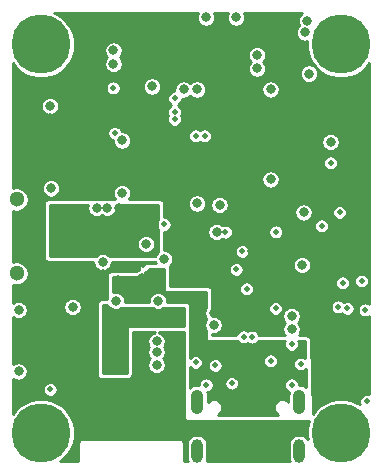
<source format=gbr>
%TF.GenerationSoftware,KiCad,Pcbnew,(5.1.8)-1*%
%TF.CreationDate,2021-06-05T10:25:27+02:00*%
%TF.ProjectId,trick-tracker,74726963-6b2d-4747-9261-636b65722e6b,rev?*%
%TF.SameCoordinates,Original*%
%TF.FileFunction,Copper,L3,Inr*%
%TF.FilePolarity,Positive*%
%FSLAX46Y46*%
G04 Gerber Fmt 4.6, Leading zero omitted, Abs format (unit mm)*
G04 Created by KiCad (PCBNEW (5.1.8)-1) date 2021-06-05 10:25:27*
%MOMM*%
%LPD*%
G01*
G04 APERTURE LIST*
%TA.AperFunction,ComponentPad*%
%ADD10C,0.800000*%
%TD*%
%TA.AperFunction,ComponentPad*%
%ADD11C,5.000000*%
%TD*%
%TA.AperFunction,ComponentPad*%
%ADD12O,1.050000X2.100000*%
%TD*%
%TA.AperFunction,ComponentPad*%
%ADD13O,1.000000X2.000000*%
%TD*%
%TA.AperFunction,ComponentPad*%
%ADD14C,1.300000*%
%TD*%
%TA.AperFunction,ViaPad*%
%ADD15C,0.800000*%
%TD*%
%TA.AperFunction,ViaPad*%
%ADD16C,0.500000*%
%TD*%
%TA.AperFunction,Conductor*%
%ADD17C,0.254000*%
%TD*%
%TA.AperFunction,Conductor*%
%ADD18C,0.100000*%
%TD*%
G04 APERTURE END LIST*
D10*
%TO.N,N/C*%
%TO.C,H4*%
X159567825Y-100020175D03*
X158242000Y-99471000D03*
X156916175Y-100020175D03*
X156367000Y-101346000D03*
X156916175Y-102671825D03*
X158242000Y-103221000D03*
X159567825Y-102671825D03*
X160117000Y-101346000D03*
D11*
X158242000Y-101346000D03*
%TD*%
D10*
%TO.N,N/C*%
%TO.C,H3*%
X134167825Y-100020175D03*
X132842000Y-99471000D03*
X131516175Y-100020175D03*
X130967000Y-101346000D03*
X131516175Y-102671825D03*
X132842000Y-103221000D03*
X134167825Y-102671825D03*
X134717000Y-101346000D03*
D11*
X132842000Y-101346000D03*
%TD*%
D10*
%TO.N,N/C*%
%TO.C,H2*%
X159567825Y-132913175D03*
X158242000Y-132364000D03*
X156916175Y-132913175D03*
X156367000Y-134239000D03*
X156916175Y-135564825D03*
X158242000Y-136114000D03*
X159567825Y-135564825D03*
X160117000Y-134239000D03*
D11*
X158242000Y-134239000D03*
%TD*%
D10*
%TO.N,N/C*%
%TO.C,H1*%
X134167825Y-132913175D03*
X132842000Y-132364000D03*
X131516175Y-132913175D03*
X130967000Y-134239000D03*
X131516175Y-135564825D03*
X132842000Y-136114000D03*
X134167825Y-135564825D03*
X134717000Y-134239000D03*
D11*
X132842000Y-134239000D03*
%TD*%
D12*
%TO.N,Net-(J1-PadS4)*%
%TO.C,J1*%
X154688000Y-131583000D03*
%TO.N,Net-(J1-PadS1)*%
X146048000Y-131583000D03*
D13*
%TO.N,Net-(J1-PadS3)*%
X154688000Y-135763000D03*
%TO.N,Net-(J1-PadS2)*%
X146048000Y-135763000D03*
%TD*%
D14*
%TO.N,Net-(S3-PadMH2)*%
%TO.C,S3*%
X130782000Y-120727000D03*
%TO.N,Net-(S3-PadMH1)*%
X130782000Y-114477000D03*
%TD*%
D15*
%TO.N,GND*%
X133604000Y-106553000D03*
D16*
X146812000Y-130175000D03*
X145923000Y-128270000D03*
X152273000Y-128143000D03*
X154813000Y-128397000D03*
X154051000Y-130175000D03*
D15*
X142621000Y-127381000D03*
D16*
X160401000Y-131572000D03*
X160274000Y-123825000D03*
D15*
X142748000Y-123063000D03*
X139192000Y-123063000D03*
X135509000Y-123571000D03*
X130937000Y-123825000D03*
X130937000Y-129032000D03*
X143256000Y-119507000D03*
X141732000Y-118237000D03*
X137541000Y-115189000D03*
X157353000Y-109601000D03*
X138049000Y-119761000D03*
X147701000Y-117221000D03*
D16*
X148450387Y-117236200D03*
D15*
X154940000Y-120015000D03*
X155067000Y-115570000D03*
X152273000Y-112776000D03*
X138430000Y-115189000D03*
X142620997Y-128483997D03*
D16*
X149859996Y-118872000D03*
X152696851Y-123694182D03*
X152721010Y-117221000D03*
D15*
X142621000Y-126492000D03*
D16*
X159984907Y-121376907D03*
D15*
X146050000Y-114808000D03*
X147955000Y-114935000D03*
X155342887Y-99341134D03*
X146812000Y-99060000D03*
X149352000Y-99060000D03*
D16*
X146685000Y-109093000D03*
X145923000Y-109093000D03*
X144145000Y-107696000D03*
X144144996Y-107061000D03*
X144144992Y-105918000D03*
D15*
%TO.N,/VBUS*%
X139319000Y-122047000D03*
X141351000Y-121158000D03*
X152274035Y-132182971D03*
X148461965Y-132182971D03*
X148209000Y-127889000D03*
X154813000Y-127546997D03*
X139319000Y-121285000D03*
D16*
%TO.N,/VBAT*%
X143256000Y-116586000D03*
X140081000Y-125095000D03*
X141351000Y-125095000D03*
X140716000Y-125095000D03*
X141986000Y-125095000D03*
X142621000Y-125095000D03*
X139445936Y-125143032D03*
X138684000Y-126111010D03*
X138683994Y-126873006D03*
X138684000Y-127493956D03*
X144559969Y-125095260D03*
X143383000Y-124714000D03*
X143891000Y-125095000D03*
X142875000Y-124079000D03*
D15*
%TO.N,/3.3V*%
X152273000Y-113919000D03*
D16*
X154940000Y-122174000D03*
D15*
X138684000Y-113919000D03*
X133604000Y-107569000D03*
X157353000Y-108585000D03*
X138049000Y-120761003D03*
D16*
X141478000Y-120015000D03*
X149046582Y-118872004D03*
X150559999Y-118872000D03*
X148463000Y-120269000D03*
D15*
X148459989Y-124110840D03*
X147447001Y-124079001D03*
X149479000Y-124079000D03*
X141986000Y-100711000D03*
X148717000Y-109093000D03*
X143383000Y-109093000D03*
X145034000Y-109093000D03*
X147193000Y-105156000D03*
X147700998Y-109093000D03*
D16*
%TO.N,/D-*%
X149987000Y-126111000D03*
%TO.N,/D+*%
X150686887Y-126124179D03*
%TO.N,/STAT*%
X158369000Y-121539000D03*
X158115000Y-115570000D03*
D15*
X154051000Y-125476000D03*
D16*
X157988000Y-123571000D03*
D15*
%TO.N,/SCL*%
X155194000Y-100330000D03*
X142240000Y-104902000D03*
X146050000Y-105156008D03*
%TO.N,/SDA*%
X155511835Y-103822156D03*
X144902340Y-105160660D03*
D16*
%TO.N,/RESET*%
X150241000Y-122047000D03*
X133604000Y-130556000D03*
D15*
X133694010Y-113532205D03*
D16*
%TO.N,/PRESS_INT*%
X149352000Y-120396000D03*
%TO.N,/BTN*%
X156591000Y-116713000D03*
X154051000Y-126746000D03*
X158750000Y-123698000D03*
D15*
%TO.N,/SWDIO*%
X138974990Y-102997000D03*
%TO.N,/SWDCLK*%
X138974990Y-101854000D03*
%TO.N,/Tx*%
X151115433Y-102251095D03*
%TO.N,/Rx*%
X151130000Y-103378000D03*
%TO.N,/BAT_SENS*%
X152273000Y-105156000D03*
D16*
%TO.N,Net-(J1-PadA5)*%
X148986674Y-130039703D03*
X147574000Y-128524000D03*
%TO.N,Net-(D4-Pad2)*%
X157353000Y-111379000D03*
D15*
%TO.N,/CS*%
X154051000Y-124333000D03*
X147447000Y-125095000D03*
%TO.N,/SD_DETECT*%
X139700000Y-113919000D03*
X139700000Y-109474000D03*
%TO.N,/VIN*%
X142240000Y-116586000D03*
X139446000Y-115189000D03*
X134575998Y-117729000D03*
D16*
%TO.N,/BMX_INT2*%
X138938000Y-105029000D03*
%TO.N,/BMX_INT1*%
X139090587Y-108864587D03*
%TD*%
D17*
%TO.N,/VBAT*%
X138459002Y-123462802D02*
X138494210Y-123528672D01*
X138541592Y-123586408D01*
X138599328Y-123633790D01*
X138665198Y-123668998D01*
X138716441Y-123684542D01*
X138822058Y-123755113D01*
X138964191Y-123813987D01*
X139115078Y-123844000D01*
X139268922Y-123844000D01*
X139419809Y-123813987D01*
X139561942Y-123755113D01*
X139647418Y-123698000D01*
X142292582Y-123698000D01*
X142378058Y-123755113D01*
X142520191Y-123813987D01*
X142671078Y-123844000D01*
X142824922Y-123844000D01*
X142975809Y-123813987D01*
X143117942Y-123755113D01*
X143203418Y-123698000D01*
X144907000Y-123698000D01*
X144907000Y-125222000D01*
X140208000Y-125222000D01*
X140183224Y-125224440D01*
X140159399Y-125231667D01*
X140137443Y-125243403D01*
X140118197Y-125259197D01*
X140102403Y-125278443D01*
X140090667Y-125300399D01*
X140083440Y-125324224D01*
X140081000Y-125349000D01*
X140081000Y-129159000D01*
X138049000Y-129159000D01*
X138049000Y-123444000D01*
X138453299Y-123444000D01*
X138459002Y-123462802D01*
%TA.AperFunction,Conductor*%
D18*
G36*
X138459002Y-123462802D02*
G01*
X138494210Y-123528672D01*
X138541592Y-123586408D01*
X138599328Y-123633790D01*
X138665198Y-123668998D01*
X138716441Y-123684542D01*
X138822058Y-123755113D01*
X138964191Y-123813987D01*
X139115078Y-123844000D01*
X139268922Y-123844000D01*
X139419809Y-123813987D01*
X139561942Y-123755113D01*
X139647418Y-123698000D01*
X142292582Y-123698000D01*
X142378058Y-123755113D01*
X142520191Y-123813987D01*
X142671078Y-123844000D01*
X142824922Y-123844000D01*
X142975809Y-123813987D01*
X143117942Y-123755113D01*
X143203418Y-123698000D01*
X144907000Y-123698000D01*
X144907000Y-125222000D01*
X140208000Y-125222000D01*
X140183224Y-125224440D01*
X140159399Y-125231667D01*
X140137443Y-125243403D01*
X140118197Y-125259197D01*
X140102403Y-125278443D01*
X140090667Y-125300399D01*
X140083440Y-125324224D01*
X140081000Y-125349000D01*
X140081000Y-129159000D01*
X138049000Y-129159000D01*
X138049000Y-123444000D01*
X138453299Y-123444000D01*
X138459002Y-123462802D01*
G37*
%TD.AperFunction*%
%TD*%
D17*
%TO.N,/VIN*%
X136790013Y-114961191D02*
X136760000Y-115112078D01*
X136760000Y-115265922D01*
X136790013Y-115416809D01*
X136848887Y-115558942D01*
X136934358Y-115686859D01*
X137043141Y-115795642D01*
X137171058Y-115881113D01*
X137313191Y-115939987D01*
X137464078Y-115970000D01*
X137617922Y-115970000D01*
X137768809Y-115939987D01*
X137910942Y-115881113D01*
X137985500Y-115831295D01*
X138060058Y-115881113D01*
X138202191Y-115939987D01*
X138353078Y-115970000D01*
X138506922Y-115970000D01*
X138657809Y-115939987D01*
X138799942Y-115881113D01*
X138927859Y-115795642D01*
X139036642Y-115686859D01*
X139122113Y-115558942D01*
X139180987Y-115416809D01*
X139211000Y-115265922D01*
X139211000Y-115112078D01*
X139180987Y-114961191D01*
X139170138Y-114935000D01*
X142748000Y-114935000D01*
X142748000Y-116210505D01*
X142696815Y-116287109D01*
X142649249Y-116401944D01*
X142625000Y-116523852D01*
X142625000Y-116648148D01*
X142649249Y-116770056D01*
X142696815Y-116884891D01*
X142748000Y-116961495D01*
X142748000Y-118910499D01*
X142649358Y-119009141D01*
X142563887Y-119137058D01*
X142515862Y-119253000D01*
X138645501Y-119253000D01*
X138546859Y-119154358D01*
X138418942Y-119068887D01*
X138276809Y-119010013D01*
X138125922Y-118980000D01*
X137972078Y-118980000D01*
X137821191Y-119010013D01*
X137679058Y-119068887D01*
X137551141Y-119154358D01*
X137452499Y-119253000D01*
X133604000Y-119253000D01*
X133604000Y-118160078D01*
X140951000Y-118160078D01*
X140951000Y-118313922D01*
X140981013Y-118464809D01*
X141039887Y-118606942D01*
X141125358Y-118734859D01*
X141234141Y-118843642D01*
X141362058Y-118929113D01*
X141504191Y-118987987D01*
X141655078Y-119018000D01*
X141808922Y-119018000D01*
X141959809Y-118987987D01*
X142101942Y-118929113D01*
X142229859Y-118843642D01*
X142338642Y-118734859D01*
X142424113Y-118606942D01*
X142482987Y-118464809D01*
X142513000Y-118313922D01*
X142513000Y-118160078D01*
X142482987Y-118009191D01*
X142424113Y-117867058D01*
X142338642Y-117739141D01*
X142229859Y-117630358D01*
X142101942Y-117544887D01*
X141959809Y-117486013D01*
X141808922Y-117456000D01*
X141655078Y-117456000D01*
X141504191Y-117486013D01*
X141362058Y-117544887D01*
X141234141Y-117630358D01*
X141125358Y-117739141D01*
X141039887Y-117867058D01*
X140981013Y-118009191D01*
X140951000Y-118160078D01*
X133604000Y-118160078D01*
X133604000Y-114935000D01*
X136800862Y-114935000D01*
X136790013Y-114961191D01*
%TA.AperFunction,Conductor*%
D18*
G36*
X136790013Y-114961191D02*
G01*
X136760000Y-115112078D01*
X136760000Y-115265922D01*
X136790013Y-115416809D01*
X136848887Y-115558942D01*
X136934358Y-115686859D01*
X137043141Y-115795642D01*
X137171058Y-115881113D01*
X137313191Y-115939987D01*
X137464078Y-115970000D01*
X137617922Y-115970000D01*
X137768809Y-115939987D01*
X137910942Y-115881113D01*
X137985500Y-115831295D01*
X138060058Y-115881113D01*
X138202191Y-115939987D01*
X138353078Y-115970000D01*
X138506922Y-115970000D01*
X138657809Y-115939987D01*
X138799942Y-115881113D01*
X138927859Y-115795642D01*
X139036642Y-115686859D01*
X139122113Y-115558942D01*
X139180987Y-115416809D01*
X139211000Y-115265922D01*
X139211000Y-115112078D01*
X139180987Y-114961191D01*
X139170138Y-114935000D01*
X142748000Y-114935000D01*
X142748000Y-116210505D01*
X142696815Y-116287109D01*
X142649249Y-116401944D01*
X142625000Y-116523852D01*
X142625000Y-116648148D01*
X142649249Y-116770056D01*
X142696815Y-116884891D01*
X142748000Y-116961495D01*
X142748000Y-118910499D01*
X142649358Y-119009141D01*
X142563887Y-119137058D01*
X142515862Y-119253000D01*
X138645501Y-119253000D01*
X138546859Y-119154358D01*
X138418942Y-119068887D01*
X138276809Y-119010013D01*
X138125922Y-118980000D01*
X137972078Y-118980000D01*
X137821191Y-119010013D01*
X137679058Y-119068887D01*
X137551141Y-119154358D01*
X137452499Y-119253000D01*
X133604000Y-119253000D01*
X133604000Y-118160078D01*
X140951000Y-118160078D01*
X140951000Y-118313922D01*
X140981013Y-118464809D01*
X141039887Y-118606942D01*
X141125358Y-118734859D01*
X141234141Y-118843642D01*
X141362058Y-118929113D01*
X141504191Y-118987987D01*
X141655078Y-119018000D01*
X141808922Y-119018000D01*
X141959809Y-118987987D01*
X142101942Y-118929113D01*
X142229859Y-118843642D01*
X142338642Y-118734859D01*
X142424113Y-118606942D01*
X142482987Y-118464809D01*
X142513000Y-118313922D01*
X142513000Y-118160078D01*
X142482987Y-118009191D01*
X142424113Y-117867058D01*
X142338642Y-117739141D01*
X142229859Y-117630358D01*
X142101942Y-117544887D01*
X141959809Y-117486013D01*
X141808922Y-117456000D01*
X141655078Y-117456000D01*
X141504191Y-117486013D01*
X141362058Y-117544887D01*
X141234141Y-117630358D01*
X141125358Y-117739141D01*
X141039887Y-117867058D01*
X140981013Y-118009191D01*
X140951000Y-118160078D01*
X133604000Y-118160078D01*
X133604000Y-114935000D01*
X136800862Y-114935000D01*
X136790013Y-114961191D01*
G37*
%TD.AperFunction*%
%TD*%
D17*
%TO.N,/VBUS*%
X143256000Y-122174000D02*
X143258440Y-122198776D01*
X143265667Y-122222601D01*
X143277403Y-122244557D01*
X143293197Y-122263803D01*
X143312443Y-122279597D01*
X143334399Y-122291333D01*
X143358224Y-122298560D01*
X143383000Y-122301000D01*
X146812000Y-122301000D01*
X146812000Y-123623584D01*
X146754888Y-123709059D01*
X146696014Y-123851192D01*
X146666001Y-124002079D01*
X146666001Y-124155923D01*
X146696014Y-124306810D01*
X146754888Y-124448943D01*
X146812000Y-124534418D01*
X146812000Y-124639582D01*
X146754887Y-124725058D01*
X146696013Y-124867191D01*
X146666000Y-125018078D01*
X146666000Y-125171922D01*
X146696013Y-125322809D01*
X146754887Y-125464942D01*
X146812000Y-125550418D01*
X146812000Y-126365000D01*
X146814440Y-126389776D01*
X146821667Y-126413601D01*
X146833403Y-126435557D01*
X146849197Y-126454803D01*
X146868443Y-126470597D01*
X146890399Y-126482333D01*
X146914224Y-126489560D01*
X146939000Y-126492000D01*
X149482679Y-126492000D01*
X149496870Y-126513239D01*
X149584761Y-126601130D01*
X149688109Y-126670185D01*
X149802944Y-126717751D01*
X149924852Y-126742000D01*
X150049148Y-126742000D01*
X150171056Y-126717751D01*
X150285891Y-126670185D01*
X150327082Y-126642662D01*
X150387996Y-126683364D01*
X150502831Y-126730930D01*
X150624739Y-126755179D01*
X150749035Y-126755179D01*
X150870943Y-126730930D01*
X150985778Y-126683364D01*
X151089126Y-126614309D01*
X151177017Y-126526418D01*
X151200014Y-126492000D01*
X153473221Y-126492000D01*
X153444249Y-126561944D01*
X153420000Y-126683852D01*
X153420000Y-126808148D01*
X153444249Y-126930056D01*
X153491815Y-127044891D01*
X153560870Y-127148239D01*
X153648761Y-127236130D01*
X153752109Y-127305185D01*
X153866944Y-127352751D01*
X153988852Y-127377000D01*
X154113148Y-127377000D01*
X154235056Y-127352751D01*
X154349891Y-127305185D01*
X154453239Y-127236130D01*
X154541130Y-127148239D01*
X154610185Y-127044891D01*
X154657751Y-126930056D01*
X154682000Y-126808148D01*
X154682000Y-126683852D01*
X154657751Y-126561944D01*
X154628779Y-126492000D01*
X155196465Y-126492000D01*
X155224387Y-127916018D01*
X155215239Y-127906870D01*
X155111891Y-127837815D01*
X154997056Y-127790249D01*
X154875148Y-127766000D01*
X154750852Y-127766000D01*
X154628944Y-127790249D01*
X154514109Y-127837815D01*
X154410761Y-127906870D01*
X154322870Y-127994761D01*
X154253815Y-128098109D01*
X154206249Y-128212944D01*
X154182000Y-128334852D01*
X154182000Y-128459148D01*
X154206249Y-128581056D01*
X154253815Y-128695891D01*
X154322870Y-128799239D01*
X154410761Y-128887130D01*
X154514109Y-128956185D01*
X154628944Y-129003751D01*
X154750852Y-129028000D01*
X154875148Y-129028000D01*
X154997056Y-129003751D01*
X155111891Y-128956185D01*
X155215239Y-128887130D01*
X155242886Y-128859483D01*
X155272418Y-130365579D01*
X155193781Y-130301044D01*
X155036387Y-130216916D01*
X154865606Y-130165110D01*
X154688000Y-130147617D01*
X154682000Y-130148208D01*
X154682000Y-130112852D01*
X154657751Y-129990944D01*
X154610185Y-129876109D01*
X154541130Y-129772761D01*
X154453239Y-129684870D01*
X154349891Y-129615815D01*
X154235056Y-129568249D01*
X154113148Y-129544000D01*
X153988852Y-129544000D01*
X153866944Y-129568249D01*
X153752109Y-129615815D01*
X153648761Y-129684870D01*
X153560870Y-129772761D01*
X153491815Y-129876109D01*
X153444249Y-129990944D01*
X153420000Y-130112852D01*
X153420000Y-130237148D01*
X153444249Y-130359056D01*
X153491815Y-130473891D01*
X153560870Y-130577239D01*
X153648761Y-130665130D01*
X153752109Y-130734185D01*
X153829711Y-130766329D01*
X153795110Y-130880394D01*
X153782000Y-131013500D01*
X153782001Y-131608566D01*
X153708049Y-131534614D01*
X153592416Y-131457351D01*
X153463933Y-131404131D01*
X153327535Y-131377000D01*
X153188465Y-131377000D01*
X153052067Y-131404131D01*
X152923584Y-131457351D01*
X152807951Y-131534614D01*
X152709614Y-131632951D01*
X152632351Y-131748584D01*
X152579131Y-131877067D01*
X152552000Y-132013465D01*
X152552000Y-132152535D01*
X152579131Y-132288933D01*
X152632351Y-132417416D01*
X152709614Y-132533049D01*
X152807951Y-132631386D01*
X152923584Y-132708649D01*
X152938916Y-132715000D01*
X147797084Y-132715000D01*
X147812416Y-132708649D01*
X147928049Y-132631386D01*
X148026386Y-132533049D01*
X148103649Y-132417416D01*
X148156869Y-132288933D01*
X148184000Y-132152535D01*
X148184000Y-132013465D01*
X148156869Y-131877067D01*
X148103649Y-131748584D01*
X148026386Y-131632951D01*
X147928049Y-131534614D01*
X147812416Y-131457351D01*
X147683933Y-131404131D01*
X147547535Y-131377000D01*
X147408465Y-131377000D01*
X147272067Y-131404131D01*
X147143584Y-131457351D01*
X147027951Y-131534614D01*
X146954000Y-131608565D01*
X146954000Y-131013499D01*
X146940890Y-130880393D01*
X146915809Y-130797713D01*
X146996056Y-130781751D01*
X147110891Y-130734185D01*
X147214239Y-130665130D01*
X147302130Y-130577239D01*
X147371185Y-130473891D01*
X147418751Y-130359056D01*
X147443000Y-130237148D01*
X147443000Y-130112852D01*
X147418751Y-129990944D01*
X147413206Y-129977555D01*
X148355674Y-129977555D01*
X148355674Y-130101851D01*
X148379923Y-130223759D01*
X148427489Y-130338594D01*
X148496544Y-130441942D01*
X148584435Y-130529833D01*
X148687783Y-130598888D01*
X148802618Y-130646454D01*
X148924526Y-130670703D01*
X149048822Y-130670703D01*
X149170730Y-130646454D01*
X149285565Y-130598888D01*
X149388913Y-130529833D01*
X149476804Y-130441942D01*
X149545859Y-130338594D01*
X149593425Y-130223759D01*
X149617674Y-130101851D01*
X149617674Y-129977555D01*
X149593425Y-129855647D01*
X149545859Y-129740812D01*
X149476804Y-129637464D01*
X149388913Y-129549573D01*
X149285565Y-129480518D01*
X149170730Y-129432952D01*
X149048822Y-129408703D01*
X148924526Y-129408703D01*
X148802618Y-129432952D01*
X148687783Y-129480518D01*
X148584435Y-129549573D01*
X148496544Y-129637464D01*
X148427489Y-129740812D01*
X148379923Y-129855647D01*
X148355674Y-129977555D01*
X147413206Y-129977555D01*
X147371185Y-129876109D01*
X147302130Y-129772761D01*
X147214239Y-129684870D01*
X147110891Y-129615815D01*
X146996056Y-129568249D01*
X146874148Y-129544000D01*
X146749852Y-129544000D01*
X146627944Y-129568249D01*
X146513109Y-129615815D01*
X146409761Y-129684870D01*
X146321870Y-129772761D01*
X146252815Y-129876109D01*
X146205249Y-129990944D01*
X146181000Y-130112852D01*
X146181000Y-130160717D01*
X146048000Y-130147617D01*
X145870393Y-130165110D01*
X145699612Y-130216916D01*
X145542218Y-130301044D01*
X145415000Y-130405450D01*
X145415000Y-128645495D01*
X145432870Y-128672239D01*
X145520761Y-128760130D01*
X145624109Y-128829185D01*
X145738944Y-128876751D01*
X145860852Y-128901000D01*
X145985148Y-128901000D01*
X146107056Y-128876751D01*
X146221891Y-128829185D01*
X146325239Y-128760130D01*
X146413130Y-128672239D01*
X146482185Y-128568891D01*
X146526521Y-128461852D01*
X146943000Y-128461852D01*
X146943000Y-128586148D01*
X146967249Y-128708056D01*
X147014815Y-128822891D01*
X147083870Y-128926239D01*
X147171761Y-129014130D01*
X147275109Y-129083185D01*
X147389944Y-129130751D01*
X147511852Y-129155000D01*
X147636148Y-129155000D01*
X147758056Y-129130751D01*
X147872891Y-129083185D01*
X147976239Y-129014130D01*
X148064130Y-128926239D01*
X148133185Y-128822891D01*
X148180751Y-128708056D01*
X148205000Y-128586148D01*
X148205000Y-128461852D01*
X148180751Y-128339944D01*
X148133185Y-128225109D01*
X148064130Y-128121761D01*
X148023221Y-128080852D01*
X151642000Y-128080852D01*
X151642000Y-128205148D01*
X151666249Y-128327056D01*
X151713815Y-128441891D01*
X151782870Y-128545239D01*
X151870761Y-128633130D01*
X151974109Y-128702185D01*
X152088944Y-128749751D01*
X152210852Y-128774000D01*
X152335148Y-128774000D01*
X152457056Y-128749751D01*
X152571891Y-128702185D01*
X152675239Y-128633130D01*
X152763130Y-128545239D01*
X152832185Y-128441891D01*
X152879751Y-128327056D01*
X152904000Y-128205148D01*
X152904000Y-128080852D01*
X152879751Y-127958944D01*
X152832185Y-127844109D01*
X152763130Y-127740761D01*
X152675239Y-127652870D01*
X152571891Y-127583815D01*
X152457056Y-127536249D01*
X152335148Y-127512000D01*
X152210852Y-127512000D01*
X152088944Y-127536249D01*
X151974109Y-127583815D01*
X151870761Y-127652870D01*
X151782870Y-127740761D01*
X151713815Y-127844109D01*
X151666249Y-127958944D01*
X151642000Y-128080852D01*
X148023221Y-128080852D01*
X147976239Y-128033870D01*
X147872891Y-127964815D01*
X147758056Y-127917249D01*
X147636148Y-127893000D01*
X147511852Y-127893000D01*
X147389944Y-127917249D01*
X147275109Y-127964815D01*
X147171761Y-128033870D01*
X147083870Y-128121761D01*
X147014815Y-128225109D01*
X146967249Y-128339944D01*
X146943000Y-128461852D01*
X146526521Y-128461852D01*
X146529751Y-128454056D01*
X146554000Y-128332148D01*
X146554000Y-128207852D01*
X146529751Y-128085944D01*
X146482185Y-127971109D01*
X146413130Y-127867761D01*
X146325239Y-127779870D01*
X146221891Y-127710815D01*
X146107056Y-127663249D01*
X145985148Y-127639000D01*
X145860852Y-127639000D01*
X145738944Y-127663249D01*
X145624109Y-127710815D01*
X145520761Y-127779870D01*
X145432870Y-127867761D01*
X145415000Y-127894505D01*
X145415000Y-123317000D01*
X145412560Y-123292224D01*
X145405333Y-123268399D01*
X145393597Y-123246443D01*
X145377803Y-123227197D01*
X145358557Y-123211403D01*
X145336601Y-123199667D01*
X145312776Y-123192440D01*
X145288000Y-123190000D01*
X143519039Y-123190000D01*
X143529000Y-123139922D01*
X143529000Y-122986078D01*
X143498987Y-122835191D01*
X143440113Y-122693058D01*
X143354642Y-122565141D01*
X143245859Y-122456358D01*
X143117942Y-122370887D01*
X142975809Y-122312013D01*
X142824922Y-122282000D01*
X142671078Y-122282000D01*
X142520191Y-122312013D01*
X142378058Y-122370887D01*
X142250141Y-122456358D01*
X142141358Y-122565141D01*
X142055887Y-122693058D01*
X141997013Y-122835191D01*
X141967000Y-122986078D01*
X141967000Y-123139922D01*
X141976961Y-123190000D01*
X139963039Y-123190000D01*
X139973000Y-123139922D01*
X139973000Y-122986078D01*
X139942987Y-122835191D01*
X139884113Y-122693058D01*
X139798642Y-122565141D01*
X139689859Y-122456358D01*
X139561942Y-122370887D01*
X139419809Y-122312013D01*
X139268922Y-122282000D01*
X139115078Y-122282000D01*
X138964191Y-122312013D01*
X138938000Y-122322862D01*
X138938000Y-121031000D01*
X141478000Y-121031000D01*
X141502776Y-121028560D01*
X141526601Y-121021333D01*
X141548557Y-121009597D01*
X141567803Y-120993803D01*
X141583597Y-120974557D01*
X141595333Y-120952601D01*
X141602560Y-120928776D01*
X141605000Y-120904000D01*
X141605000Y-120633100D01*
X141662056Y-120621751D01*
X141776891Y-120574185D01*
X141880239Y-120505130D01*
X141968130Y-120417239D01*
X141982321Y-120396000D01*
X143256000Y-120396000D01*
X143256000Y-122174000D01*
%TA.AperFunction,Conductor*%
D18*
G36*
X143256000Y-122174000D02*
G01*
X143258440Y-122198776D01*
X143265667Y-122222601D01*
X143277403Y-122244557D01*
X143293197Y-122263803D01*
X143312443Y-122279597D01*
X143334399Y-122291333D01*
X143358224Y-122298560D01*
X143383000Y-122301000D01*
X146812000Y-122301000D01*
X146812000Y-123623584D01*
X146754888Y-123709059D01*
X146696014Y-123851192D01*
X146666001Y-124002079D01*
X146666001Y-124155923D01*
X146696014Y-124306810D01*
X146754888Y-124448943D01*
X146812000Y-124534418D01*
X146812000Y-124639582D01*
X146754887Y-124725058D01*
X146696013Y-124867191D01*
X146666000Y-125018078D01*
X146666000Y-125171922D01*
X146696013Y-125322809D01*
X146754887Y-125464942D01*
X146812000Y-125550418D01*
X146812000Y-126365000D01*
X146814440Y-126389776D01*
X146821667Y-126413601D01*
X146833403Y-126435557D01*
X146849197Y-126454803D01*
X146868443Y-126470597D01*
X146890399Y-126482333D01*
X146914224Y-126489560D01*
X146939000Y-126492000D01*
X149482679Y-126492000D01*
X149496870Y-126513239D01*
X149584761Y-126601130D01*
X149688109Y-126670185D01*
X149802944Y-126717751D01*
X149924852Y-126742000D01*
X150049148Y-126742000D01*
X150171056Y-126717751D01*
X150285891Y-126670185D01*
X150327082Y-126642662D01*
X150387996Y-126683364D01*
X150502831Y-126730930D01*
X150624739Y-126755179D01*
X150749035Y-126755179D01*
X150870943Y-126730930D01*
X150985778Y-126683364D01*
X151089126Y-126614309D01*
X151177017Y-126526418D01*
X151200014Y-126492000D01*
X153473221Y-126492000D01*
X153444249Y-126561944D01*
X153420000Y-126683852D01*
X153420000Y-126808148D01*
X153444249Y-126930056D01*
X153491815Y-127044891D01*
X153560870Y-127148239D01*
X153648761Y-127236130D01*
X153752109Y-127305185D01*
X153866944Y-127352751D01*
X153988852Y-127377000D01*
X154113148Y-127377000D01*
X154235056Y-127352751D01*
X154349891Y-127305185D01*
X154453239Y-127236130D01*
X154541130Y-127148239D01*
X154610185Y-127044891D01*
X154657751Y-126930056D01*
X154682000Y-126808148D01*
X154682000Y-126683852D01*
X154657751Y-126561944D01*
X154628779Y-126492000D01*
X155196465Y-126492000D01*
X155224387Y-127916018D01*
X155215239Y-127906870D01*
X155111891Y-127837815D01*
X154997056Y-127790249D01*
X154875148Y-127766000D01*
X154750852Y-127766000D01*
X154628944Y-127790249D01*
X154514109Y-127837815D01*
X154410761Y-127906870D01*
X154322870Y-127994761D01*
X154253815Y-128098109D01*
X154206249Y-128212944D01*
X154182000Y-128334852D01*
X154182000Y-128459148D01*
X154206249Y-128581056D01*
X154253815Y-128695891D01*
X154322870Y-128799239D01*
X154410761Y-128887130D01*
X154514109Y-128956185D01*
X154628944Y-129003751D01*
X154750852Y-129028000D01*
X154875148Y-129028000D01*
X154997056Y-129003751D01*
X155111891Y-128956185D01*
X155215239Y-128887130D01*
X155242886Y-128859483D01*
X155272418Y-130365579D01*
X155193781Y-130301044D01*
X155036387Y-130216916D01*
X154865606Y-130165110D01*
X154688000Y-130147617D01*
X154682000Y-130148208D01*
X154682000Y-130112852D01*
X154657751Y-129990944D01*
X154610185Y-129876109D01*
X154541130Y-129772761D01*
X154453239Y-129684870D01*
X154349891Y-129615815D01*
X154235056Y-129568249D01*
X154113148Y-129544000D01*
X153988852Y-129544000D01*
X153866944Y-129568249D01*
X153752109Y-129615815D01*
X153648761Y-129684870D01*
X153560870Y-129772761D01*
X153491815Y-129876109D01*
X153444249Y-129990944D01*
X153420000Y-130112852D01*
X153420000Y-130237148D01*
X153444249Y-130359056D01*
X153491815Y-130473891D01*
X153560870Y-130577239D01*
X153648761Y-130665130D01*
X153752109Y-130734185D01*
X153829711Y-130766329D01*
X153795110Y-130880394D01*
X153782000Y-131013500D01*
X153782001Y-131608566D01*
X153708049Y-131534614D01*
X153592416Y-131457351D01*
X153463933Y-131404131D01*
X153327535Y-131377000D01*
X153188465Y-131377000D01*
X153052067Y-131404131D01*
X152923584Y-131457351D01*
X152807951Y-131534614D01*
X152709614Y-131632951D01*
X152632351Y-131748584D01*
X152579131Y-131877067D01*
X152552000Y-132013465D01*
X152552000Y-132152535D01*
X152579131Y-132288933D01*
X152632351Y-132417416D01*
X152709614Y-132533049D01*
X152807951Y-132631386D01*
X152923584Y-132708649D01*
X152938916Y-132715000D01*
X147797084Y-132715000D01*
X147812416Y-132708649D01*
X147928049Y-132631386D01*
X148026386Y-132533049D01*
X148103649Y-132417416D01*
X148156869Y-132288933D01*
X148184000Y-132152535D01*
X148184000Y-132013465D01*
X148156869Y-131877067D01*
X148103649Y-131748584D01*
X148026386Y-131632951D01*
X147928049Y-131534614D01*
X147812416Y-131457351D01*
X147683933Y-131404131D01*
X147547535Y-131377000D01*
X147408465Y-131377000D01*
X147272067Y-131404131D01*
X147143584Y-131457351D01*
X147027951Y-131534614D01*
X146954000Y-131608565D01*
X146954000Y-131013499D01*
X146940890Y-130880393D01*
X146915809Y-130797713D01*
X146996056Y-130781751D01*
X147110891Y-130734185D01*
X147214239Y-130665130D01*
X147302130Y-130577239D01*
X147371185Y-130473891D01*
X147418751Y-130359056D01*
X147443000Y-130237148D01*
X147443000Y-130112852D01*
X147418751Y-129990944D01*
X147413206Y-129977555D01*
X148355674Y-129977555D01*
X148355674Y-130101851D01*
X148379923Y-130223759D01*
X148427489Y-130338594D01*
X148496544Y-130441942D01*
X148584435Y-130529833D01*
X148687783Y-130598888D01*
X148802618Y-130646454D01*
X148924526Y-130670703D01*
X149048822Y-130670703D01*
X149170730Y-130646454D01*
X149285565Y-130598888D01*
X149388913Y-130529833D01*
X149476804Y-130441942D01*
X149545859Y-130338594D01*
X149593425Y-130223759D01*
X149617674Y-130101851D01*
X149617674Y-129977555D01*
X149593425Y-129855647D01*
X149545859Y-129740812D01*
X149476804Y-129637464D01*
X149388913Y-129549573D01*
X149285565Y-129480518D01*
X149170730Y-129432952D01*
X149048822Y-129408703D01*
X148924526Y-129408703D01*
X148802618Y-129432952D01*
X148687783Y-129480518D01*
X148584435Y-129549573D01*
X148496544Y-129637464D01*
X148427489Y-129740812D01*
X148379923Y-129855647D01*
X148355674Y-129977555D01*
X147413206Y-129977555D01*
X147371185Y-129876109D01*
X147302130Y-129772761D01*
X147214239Y-129684870D01*
X147110891Y-129615815D01*
X146996056Y-129568249D01*
X146874148Y-129544000D01*
X146749852Y-129544000D01*
X146627944Y-129568249D01*
X146513109Y-129615815D01*
X146409761Y-129684870D01*
X146321870Y-129772761D01*
X146252815Y-129876109D01*
X146205249Y-129990944D01*
X146181000Y-130112852D01*
X146181000Y-130160717D01*
X146048000Y-130147617D01*
X145870393Y-130165110D01*
X145699612Y-130216916D01*
X145542218Y-130301044D01*
X145415000Y-130405450D01*
X145415000Y-128645495D01*
X145432870Y-128672239D01*
X145520761Y-128760130D01*
X145624109Y-128829185D01*
X145738944Y-128876751D01*
X145860852Y-128901000D01*
X145985148Y-128901000D01*
X146107056Y-128876751D01*
X146221891Y-128829185D01*
X146325239Y-128760130D01*
X146413130Y-128672239D01*
X146482185Y-128568891D01*
X146526521Y-128461852D01*
X146943000Y-128461852D01*
X146943000Y-128586148D01*
X146967249Y-128708056D01*
X147014815Y-128822891D01*
X147083870Y-128926239D01*
X147171761Y-129014130D01*
X147275109Y-129083185D01*
X147389944Y-129130751D01*
X147511852Y-129155000D01*
X147636148Y-129155000D01*
X147758056Y-129130751D01*
X147872891Y-129083185D01*
X147976239Y-129014130D01*
X148064130Y-128926239D01*
X148133185Y-128822891D01*
X148180751Y-128708056D01*
X148205000Y-128586148D01*
X148205000Y-128461852D01*
X148180751Y-128339944D01*
X148133185Y-128225109D01*
X148064130Y-128121761D01*
X148023221Y-128080852D01*
X151642000Y-128080852D01*
X151642000Y-128205148D01*
X151666249Y-128327056D01*
X151713815Y-128441891D01*
X151782870Y-128545239D01*
X151870761Y-128633130D01*
X151974109Y-128702185D01*
X152088944Y-128749751D01*
X152210852Y-128774000D01*
X152335148Y-128774000D01*
X152457056Y-128749751D01*
X152571891Y-128702185D01*
X152675239Y-128633130D01*
X152763130Y-128545239D01*
X152832185Y-128441891D01*
X152879751Y-128327056D01*
X152904000Y-128205148D01*
X152904000Y-128080852D01*
X152879751Y-127958944D01*
X152832185Y-127844109D01*
X152763130Y-127740761D01*
X152675239Y-127652870D01*
X152571891Y-127583815D01*
X152457056Y-127536249D01*
X152335148Y-127512000D01*
X152210852Y-127512000D01*
X152088944Y-127536249D01*
X151974109Y-127583815D01*
X151870761Y-127652870D01*
X151782870Y-127740761D01*
X151713815Y-127844109D01*
X151666249Y-127958944D01*
X151642000Y-128080852D01*
X148023221Y-128080852D01*
X147976239Y-128033870D01*
X147872891Y-127964815D01*
X147758056Y-127917249D01*
X147636148Y-127893000D01*
X147511852Y-127893000D01*
X147389944Y-127917249D01*
X147275109Y-127964815D01*
X147171761Y-128033870D01*
X147083870Y-128121761D01*
X147014815Y-128225109D01*
X146967249Y-128339944D01*
X146943000Y-128461852D01*
X146526521Y-128461852D01*
X146529751Y-128454056D01*
X146554000Y-128332148D01*
X146554000Y-128207852D01*
X146529751Y-128085944D01*
X146482185Y-127971109D01*
X146413130Y-127867761D01*
X146325239Y-127779870D01*
X146221891Y-127710815D01*
X146107056Y-127663249D01*
X145985148Y-127639000D01*
X145860852Y-127639000D01*
X145738944Y-127663249D01*
X145624109Y-127710815D01*
X145520761Y-127779870D01*
X145432870Y-127867761D01*
X145415000Y-127894505D01*
X145415000Y-123317000D01*
X145412560Y-123292224D01*
X145405333Y-123268399D01*
X145393597Y-123246443D01*
X145377803Y-123227197D01*
X145358557Y-123211403D01*
X145336601Y-123199667D01*
X145312776Y-123192440D01*
X145288000Y-123190000D01*
X143519039Y-123190000D01*
X143529000Y-123139922D01*
X143529000Y-122986078D01*
X143498987Y-122835191D01*
X143440113Y-122693058D01*
X143354642Y-122565141D01*
X143245859Y-122456358D01*
X143117942Y-122370887D01*
X142975809Y-122312013D01*
X142824922Y-122282000D01*
X142671078Y-122282000D01*
X142520191Y-122312013D01*
X142378058Y-122370887D01*
X142250141Y-122456358D01*
X142141358Y-122565141D01*
X142055887Y-122693058D01*
X141997013Y-122835191D01*
X141967000Y-122986078D01*
X141967000Y-123139922D01*
X141976961Y-123190000D01*
X139963039Y-123190000D01*
X139973000Y-123139922D01*
X139973000Y-122986078D01*
X139942987Y-122835191D01*
X139884113Y-122693058D01*
X139798642Y-122565141D01*
X139689859Y-122456358D01*
X139561942Y-122370887D01*
X139419809Y-122312013D01*
X139268922Y-122282000D01*
X139115078Y-122282000D01*
X138964191Y-122312013D01*
X138938000Y-122322862D01*
X138938000Y-121031000D01*
X141478000Y-121031000D01*
X141502776Y-121028560D01*
X141526601Y-121021333D01*
X141548557Y-121009597D01*
X141567803Y-120993803D01*
X141583597Y-120974557D01*
X141595333Y-120952601D01*
X141602560Y-120928776D01*
X141605000Y-120904000D01*
X141605000Y-120633100D01*
X141662056Y-120621751D01*
X141776891Y-120574185D01*
X141880239Y-120505130D01*
X141968130Y-120417239D01*
X141982321Y-120396000D01*
X143256000Y-120396000D01*
X143256000Y-122174000D01*
G37*
%TD.AperFunction*%
%TD*%
D17*
%TO.N,/3.3V*%
X146119887Y-98690058D02*
X146061013Y-98832191D01*
X146031000Y-98983078D01*
X146031000Y-99136922D01*
X146061013Y-99287809D01*
X146119887Y-99429942D01*
X146205358Y-99557859D01*
X146314141Y-99666642D01*
X146442058Y-99752113D01*
X146584191Y-99810987D01*
X146735078Y-99841000D01*
X146888922Y-99841000D01*
X147039809Y-99810987D01*
X147181942Y-99752113D01*
X147309859Y-99666642D01*
X147418642Y-99557859D01*
X147504113Y-99429942D01*
X147562987Y-99287809D01*
X147593000Y-99136922D01*
X147593000Y-98983078D01*
X147562987Y-98832191D01*
X147504113Y-98690058D01*
X147496724Y-98679000D01*
X148667276Y-98679000D01*
X148659887Y-98690058D01*
X148601013Y-98832191D01*
X148571000Y-98983078D01*
X148571000Y-99136922D01*
X148601013Y-99287809D01*
X148659887Y-99429942D01*
X148745358Y-99557859D01*
X148854141Y-99666642D01*
X148982058Y-99752113D01*
X149124191Y-99810987D01*
X149275078Y-99841000D01*
X149428922Y-99841000D01*
X149579809Y-99810987D01*
X149721942Y-99752113D01*
X149849859Y-99666642D01*
X149958642Y-99557859D01*
X150044113Y-99429942D01*
X150102987Y-99287809D01*
X150133000Y-99136922D01*
X150133000Y-98983078D01*
X150102987Y-98832191D01*
X150044113Y-98690058D01*
X150036724Y-98679000D01*
X154928078Y-98679000D01*
X154845028Y-98734492D01*
X154736245Y-98843275D01*
X154650774Y-98971192D01*
X154591900Y-99113325D01*
X154561887Y-99264212D01*
X154561887Y-99418056D01*
X154591900Y-99568943D01*
X154650774Y-99711076D01*
X154673865Y-99745634D01*
X154587358Y-99832141D01*
X154501887Y-99960058D01*
X154443013Y-100102191D01*
X154413000Y-100253078D01*
X154413000Y-100406922D01*
X154443013Y-100557809D01*
X154501887Y-100699942D01*
X154587358Y-100827859D01*
X154696141Y-100936642D01*
X154824058Y-101022113D01*
X154966191Y-101080987D01*
X155117078Y-101111000D01*
X155270922Y-101111000D01*
X155361000Y-101093083D01*
X155361000Y-101629754D01*
X155471715Y-102186357D01*
X155688891Y-102710665D01*
X156004181Y-103182530D01*
X156405470Y-103583819D01*
X156877335Y-103899109D01*
X157401643Y-104116285D01*
X157958246Y-104227000D01*
X158525754Y-104227000D01*
X159082357Y-104116285D01*
X159606665Y-103899109D01*
X160078530Y-103583819D01*
X160479819Y-103182530D01*
X160630000Y-102957768D01*
X160630001Y-123303975D01*
X160572891Y-123265815D01*
X160458056Y-123218249D01*
X160336148Y-123194000D01*
X160211852Y-123194000D01*
X160089944Y-123218249D01*
X159975109Y-123265815D01*
X159871761Y-123334870D01*
X159783870Y-123422761D01*
X159714815Y-123526109D01*
X159667249Y-123640944D01*
X159643000Y-123762852D01*
X159643000Y-123887148D01*
X159667249Y-124009056D01*
X159714815Y-124123891D01*
X159783870Y-124227239D01*
X159871761Y-124315130D01*
X159975109Y-124384185D01*
X160089944Y-124431751D01*
X160211852Y-124456000D01*
X160336148Y-124456000D01*
X160458056Y-124431751D01*
X160572891Y-124384185D01*
X160630001Y-124346025D01*
X160630001Y-130983866D01*
X160585056Y-130965249D01*
X160463148Y-130941000D01*
X160338852Y-130941000D01*
X160216944Y-130965249D01*
X160102109Y-131012815D01*
X159998761Y-131081870D01*
X159910870Y-131169761D01*
X159841815Y-131273109D01*
X159794249Y-131387944D01*
X159770000Y-131509852D01*
X159770000Y-131634148D01*
X159794249Y-131756056D01*
X159825849Y-131832345D01*
X159606665Y-131685891D01*
X159082357Y-131468715D01*
X158525754Y-131358000D01*
X157958246Y-131358000D01*
X157401643Y-131468715D01*
X156877335Y-131685891D01*
X156405470Y-132001181D01*
X156004181Y-132402470D01*
X155825693Y-132669596D01*
X155701927Y-126357531D01*
X155694679Y-126290671D01*
X155672998Y-126219198D01*
X155637790Y-126153328D01*
X155590408Y-126095592D01*
X155532672Y-126048210D01*
X155466802Y-126013002D01*
X155395329Y-125991321D01*
X155321000Y-125984000D01*
X154647501Y-125984000D01*
X154657642Y-125973859D01*
X154743113Y-125845942D01*
X154801987Y-125703809D01*
X154832000Y-125552922D01*
X154832000Y-125399078D01*
X154801987Y-125248191D01*
X154743113Y-125106058D01*
X154657642Y-124978141D01*
X154584001Y-124904500D01*
X154657642Y-124830859D01*
X154743113Y-124702942D01*
X154801987Y-124560809D01*
X154832000Y-124409922D01*
X154832000Y-124256078D01*
X154801987Y-124105191D01*
X154743113Y-123963058D01*
X154657642Y-123835141D01*
X154548859Y-123726358D01*
X154420942Y-123640887D01*
X154278809Y-123582013D01*
X154127922Y-123552000D01*
X153974078Y-123552000D01*
X153823191Y-123582013D01*
X153681058Y-123640887D01*
X153553141Y-123726358D01*
X153444358Y-123835141D01*
X153358887Y-123963058D01*
X153300013Y-124105191D01*
X153270000Y-124256078D01*
X153270000Y-124409922D01*
X153300013Y-124560809D01*
X153358887Y-124702942D01*
X153444358Y-124830859D01*
X153517999Y-124904500D01*
X153444358Y-124978141D01*
X153358887Y-125106058D01*
X153300013Y-125248191D01*
X153270000Y-125399078D01*
X153270000Y-125552922D01*
X153300013Y-125703809D01*
X153358887Y-125845942D01*
X153444358Y-125973859D01*
X153454499Y-125984000D01*
X151302366Y-125984000D01*
X151293638Y-125940123D01*
X151246072Y-125825288D01*
X151177017Y-125721940D01*
X151089126Y-125634049D01*
X150985778Y-125564994D01*
X150870943Y-125517428D01*
X150749035Y-125493179D01*
X150624739Y-125493179D01*
X150502831Y-125517428D01*
X150387996Y-125564994D01*
X150346805Y-125592517D01*
X150285891Y-125551815D01*
X150171056Y-125504249D01*
X150049148Y-125480000D01*
X149924852Y-125480000D01*
X149802944Y-125504249D01*
X149688109Y-125551815D01*
X149584761Y-125620870D01*
X149496870Y-125708761D01*
X149427815Y-125812109D01*
X149380249Y-125926944D01*
X149368900Y-125984000D01*
X147320000Y-125984000D01*
X147320000Y-125866039D01*
X147370078Y-125876000D01*
X147523922Y-125876000D01*
X147674809Y-125845987D01*
X147816942Y-125787113D01*
X147944859Y-125701642D01*
X148053642Y-125592859D01*
X148139113Y-125464942D01*
X148197987Y-125322809D01*
X148228000Y-125171922D01*
X148228000Y-125018078D01*
X148197987Y-124867191D01*
X148139113Y-124725058D01*
X148053642Y-124597141D01*
X147944859Y-124488358D01*
X147816942Y-124402887D01*
X147674809Y-124344013D01*
X147523922Y-124314000D01*
X147370078Y-124314000D01*
X147320000Y-124323961D01*
X147320000Y-123632034D01*
X152065851Y-123632034D01*
X152065851Y-123756330D01*
X152090100Y-123878238D01*
X152137666Y-123993073D01*
X152206721Y-124096421D01*
X152294612Y-124184312D01*
X152397960Y-124253367D01*
X152512795Y-124300933D01*
X152634703Y-124325182D01*
X152758999Y-124325182D01*
X152880907Y-124300933D01*
X152995742Y-124253367D01*
X153099090Y-124184312D01*
X153186981Y-124096421D01*
X153256036Y-123993073D01*
X153303602Y-123878238D01*
X153327851Y-123756330D01*
X153327851Y-123632034D01*
X153303602Y-123510126D01*
X153303075Y-123508852D01*
X157357000Y-123508852D01*
X157357000Y-123633148D01*
X157381249Y-123755056D01*
X157428815Y-123869891D01*
X157497870Y-123973239D01*
X157585761Y-124061130D01*
X157689109Y-124130185D01*
X157803944Y-124177751D01*
X157925852Y-124202000D01*
X158050148Y-124202000D01*
X158172056Y-124177751D01*
X158286891Y-124130185D01*
X158288644Y-124129013D01*
X158347761Y-124188130D01*
X158451109Y-124257185D01*
X158565944Y-124304751D01*
X158687852Y-124329000D01*
X158812148Y-124329000D01*
X158934056Y-124304751D01*
X159048891Y-124257185D01*
X159152239Y-124188130D01*
X159240130Y-124100239D01*
X159309185Y-123996891D01*
X159356751Y-123882056D01*
X159381000Y-123760148D01*
X159381000Y-123635852D01*
X159356751Y-123513944D01*
X159309185Y-123399109D01*
X159240130Y-123295761D01*
X159152239Y-123207870D01*
X159048891Y-123138815D01*
X158934056Y-123091249D01*
X158812148Y-123067000D01*
X158687852Y-123067000D01*
X158565944Y-123091249D01*
X158451109Y-123138815D01*
X158449356Y-123139987D01*
X158390239Y-123080870D01*
X158286891Y-123011815D01*
X158172056Y-122964249D01*
X158050148Y-122940000D01*
X157925852Y-122940000D01*
X157803944Y-122964249D01*
X157689109Y-123011815D01*
X157585761Y-123080870D01*
X157497870Y-123168761D01*
X157428815Y-123272109D01*
X157381249Y-123386944D01*
X157357000Y-123508852D01*
X153303075Y-123508852D01*
X153256036Y-123395291D01*
X153186981Y-123291943D01*
X153099090Y-123204052D01*
X152995742Y-123134997D01*
X152880907Y-123087431D01*
X152758999Y-123063182D01*
X152634703Y-123063182D01*
X152512795Y-123087431D01*
X152397960Y-123134997D01*
X152294612Y-123204052D01*
X152206721Y-123291943D01*
X152137666Y-123395291D01*
X152090100Y-123510126D01*
X152065851Y-123632034D01*
X147320000Y-123632034D01*
X147320000Y-122174000D01*
X147312679Y-122099671D01*
X147290998Y-122028198D01*
X147267830Y-121984852D01*
X149610000Y-121984852D01*
X149610000Y-122109148D01*
X149634249Y-122231056D01*
X149681815Y-122345891D01*
X149750870Y-122449239D01*
X149838761Y-122537130D01*
X149942109Y-122606185D01*
X150056944Y-122653751D01*
X150178852Y-122678000D01*
X150303148Y-122678000D01*
X150425056Y-122653751D01*
X150539891Y-122606185D01*
X150643239Y-122537130D01*
X150731130Y-122449239D01*
X150800185Y-122345891D01*
X150847751Y-122231056D01*
X150872000Y-122109148D01*
X150872000Y-121984852D01*
X150847751Y-121862944D01*
X150800185Y-121748109D01*
X150731130Y-121644761D01*
X150643239Y-121556870D01*
X150539891Y-121487815D01*
X150513424Y-121476852D01*
X157738000Y-121476852D01*
X157738000Y-121601148D01*
X157762249Y-121723056D01*
X157809815Y-121837891D01*
X157878870Y-121941239D01*
X157966761Y-122029130D01*
X158070109Y-122098185D01*
X158184944Y-122145751D01*
X158306852Y-122170000D01*
X158431148Y-122170000D01*
X158553056Y-122145751D01*
X158667891Y-122098185D01*
X158771239Y-122029130D01*
X158859130Y-121941239D01*
X158928185Y-121837891D01*
X158975751Y-121723056D01*
X159000000Y-121601148D01*
X159000000Y-121476852D01*
X158975751Y-121354944D01*
X158959106Y-121314759D01*
X159353907Y-121314759D01*
X159353907Y-121439055D01*
X159378156Y-121560963D01*
X159425722Y-121675798D01*
X159494777Y-121779146D01*
X159582668Y-121867037D01*
X159686016Y-121936092D01*
X159800851Y-121983658D01*
X159922759Y-122007907D01*
X160047055Y-122007907D01*
X160168963Y-121983658D01*
X160283798Y-121936092D01*
X160387146Y-121867037D01*
X160475037Y-121779146D01*
X160544092Y-121675798D01*
X160591658Y-121560963D01*
X160615907Y-121439055D01*
X160615907Y-121314759D01*
X160591658Y-121192851D01*
X160544092Y-121078016D01*
X160475037Y-120974668D01*
X160387146Y-120886777D01*
X160283798Y-120817722D01*
X160168963Y-120770156D01*
X160047055Y-120745907D01*
X159922759Y-120745907D01*
X159800851Y-120770156D01*
X159686016Y-120817722D01*
X159582668Y-120886777D01*
X159494777Y-120974668D01*
X159425722Y-121078016D01*
X159378156Y-121192851D01*
X159353907Y-121314759D01*
X158959106Y-121314759D01*
X158928185Y-121240109D01*
X158859130Y-121136761D01*
X158771239Y-121048870D01*
X158667891Y-120979815D01*
X158553056Y-120932249D01*
X158431148Y-120908000D01*
X158306852Y-120908000D01*
X158184944Y-120932249D01*
X158070109Y-120979815D01*
X157966761Y-121048870D01*
X157878870Y-121136761D01*
X157809815Y-121240109D01*
X157762249Y-121354944D01*
X157738000Y-121476852D01*
X150513424Y-121476852D01*
X150425056Y-121440249D01*
X150303148Y-121416000D01*
X150178852Y-121416000D01*
X150056944Y-121440249D01*
X149942109Y-121487815D01*
X149838761Y-121556870D01*
X149750870Y-121644761D01*
X149681815Y-121748109D01*
X149634249Y-121862944D01*
X149610000Y-121984852D01*
X147267830Y-121984852D01*
X147255790Y-121962328D01*
X147208408Y-121904592D01*
X147150672Y-121857210D01*
X147084802Y-121822002D01*
X147013329Y-121800321D01*
X146939000Y-121793000D01*
X143764000Y-121793000D01*
X143764000Y-120333852D01*
X148721000Y-120333852D01*
X148721000Y-120458148D01*
X148745249Y-120580056D01*
X148792815Y-120694891D01*
X148861870Y-120798239D01*
X148949761Y-120886130D01*
X149053109Y-120955185D01*
X149167944Y-121002751D01*
X149289852Y-121027000D01*
X149414148Y-121027000D01*
X149536056Y-121002751D01*
X149650891Y-120955185D01*
X149754239Y-120886130D01*
X149842130Y-120798239D01*
X149911185Y-120694891D01*
X149958751Y-120580056D01*
X149983000Y-120458148D01*
X149983000Y-120333852D01*
X149958751Y-120211944D01*
X149911185Y-120097109D01*
X149842130Y-119993761D01*
X149786447Y-119938078D01*
X154159000Y-119938078D01*
X154159000Y-120091922D01*
X154189013Y-120242809D01*
X154247887Y-120384942D01*
X154333358Y-120512859D01*
X154442141Y-120621642D01*
X154570058Y-120707113D01*
X154712191Y-120765987D01*
X154863078Y-120796000D01*
X155016922Y-120796000D01*
X155167809Y-120765987D01*
X155309942Y-120707113D01*
X155437859Y-120621642D01*
X155546642Y-120512859D01*
X155632113Y-120384942D01*
X155690987Y-120242809D01*
X155721000Y-120091922D01*
X155721000Y-119938078D01*
X155690987Y-119787191D01*
X155632113Y-119645058D01*
X155546642Y-119517141D01*
X155437859Y-119408358D01*
X155309942Y-119322887D01*
X155167809Y-119264013D01*
X155016922Y-119234000D01*
X154863078Y-119234000D01*
X154712191Y-119264013D01*
X154570058Y-119322887D01*
X154442141Y-119408358D01*
X154333358Y-119517141D01*
X154247887Y-119645058D01*
X154189013Y-119787191D01*
X154159000Y-119938078D01*
X149786447Y-119938078D01*
X149754239Y-119905870D01*
X149650891Y-119836815D01*
X149536056Y-119789249D01*
X149414148Y-119765000D01*
X149289852Y-119765000D01*
X149167944Y-119789249D01*
X149053109Y-119836815D01*
X148949761Y-119905870D01*
X148861870Y-119993761D01*
X148792815Y-120097109D01*
X148745249Y-120211944D01*
X148721000Y-120333852D01*
X143764000Y-120333852D01*
X143764000Y-120269000D01*
X143756679Y-120194671D01*
X143735766Y-120125731D01*
X143753859Y-120113642D01*
X143862642Y-120004859D01*
X143948113Y-119876942D01*
X144006987Y-119734809D01*
X144037000Y-119583922D01*
X144037000Y-119430078D01*
X144006987Y-119279191D01*
X143948113Y-119137058D01*
X143862642Y-119009141D01*
X143753859Y-118900358D01*
X143625942Y-118814887D01*
X143613787Y-118809852D01*
X149228996Y-118809852D01*
X149228996Y-118934148D01*
X149253245Y-119056056D01*
X149300811Y-119170891D01*
X149369866Y-119274239D01*
X149457757Y-119362130D01*
X149561105Y-119431185D01*
X149675940Y-119478751D01*
X149797848Y-119503000D01*
X149922144Y-119503000D01*
X150044052Y-119478751D01*
X150158887Y-119431185D01*
X150262235Y-119362130D01*
X150350126Y-119274239D01*
X150419181Y-119170891D01*
X150466747Y-119056056D01*
X150490996Y-118934148D01*
X150490996Y-118809852D01*
X150466747Y-118687944D01*
X150419181Y-118573109D01*
X150350126Y-118469761D01*
X150262235Y-118381870D01*
X150158887Y-118312815D01*
X150044052Y-118265249D01*
X149922144Y-118241000D01*
X149797848Y-118241000D01*
X149675940Y-118265249D01*
X149561105Y-118312815D01*
X149457757Y-118381870D01*
X149369866Y-118469761D01*
X149300811Y-118573109D01*
X149253245Y-118687944D01*
X149228996Y-118809852D01*
X143613787Y-118809852D01*
X143483809Y-118756013D01*
X143332922Y-118726000D01*
X143256000Y-118726000D01*
X143256000Y-117217000D01*
X143318148Y-117217000D01*
X143440056Y-117192751D01*
X143554891Y-117145185D01*
X143556547Y-117144078D01*
X146920000Y-117144078D01*
X146920000Y-117297922D01*
X146950013Y-117448809D01*
X147008887Y-117590942D01*
X147094358Y-117718859D01*
X147203141Y-117827642D01*
X147331058Y-117913113D01*
X147473191Y-117971987D01*
X147624078Y-118002000D01*
X147777922Y-118002000D01*
X147928809Y-117971987D01*
X148070942Y-117913113D01*
X148198859Y-117827642D01*
X148207796Y-117818705D01*
X148266331Y-117842951D01*
X148388239Y-117867200D01*
X148512535Y-117867200D01*
X148634443Y-117842951D01*
X148749278Y-117795385D01*
X148852626Y-117726330D01*
X148940517Y-117638439D01*
X149009572Y-117535091D01*
X149057138Y-117420256D01*
X149081387Y-117298348D01*
X149081387Y-117174052D01*
X149078364Y-117158852D01*
X152090010Y-117158852D01*
X152090010Y-117283148D01*
X152114259Y-117405056D01*
X152161825Y-117519891D01*
X152230880Y-117623239D01*
X152318771Y-117711130D01*
X152422119Y-117780185D01*
X152536954Y-117827751D01*
X152658862Y-117852000D01*
X152783158Y-117852000D01*
X152905066Y-117827751D01*
X153019901Y-117780185D01*
X153123249Y-117711130D01*
X153211140Y-117623239D01*
X153280195Y-117519891D01*
X153327761Y-117405056D01*
X153352010Y-117283148D01*
X153352010Y-117158852D01*
X153327761Y-117036944D01*
X153280195Y-116922109D01*
X153211140Y-116818761D01*
X153123249Y-116730870D01*
X153019901Y-116661815D01*
X152993434Y-116650852D01*
X155960000Y-116650852D01*
X155960000Y-116775148D01*
X155984249Y-116897056D01*
X156031815Y-117011891D01*
X156100870Y-117115239D01*
X156188761Y-117203130D01*
X156292109Y-117272185D01*
X156406944Y-117319751D01*
X156528852Y-117344000D01*
X156653148Y-117344000D01*
X156775056Y-117319751D01*
X156889891Y-117272185D01*
X156993239Y-117203130D01*
X157081130Y-117115239D01*
X157150185Y-117011891D01*
X157197751Y-116897056D01*
X157222000Y-116775148D01*
X157222000Y-116650852D01*
X157197751Y-116528944D01*
X157150185Y-116414109D01*
X157081130Y-116310761D01*
X156993239Y-116222870D01*
X156889891Y-116153815D01*
X156775056Y-116106249D01*
X156653148Y-116082000D01*
X156528852Y-116082000D01*
X156406944Y-116106249D01*
X156292109Y-116153815D01*
X156188761Y-116222870D01*
X156100870Y-116310761D01*
X156031815Y-116414109D01*
X155984249Y-116528944D01*
X155960000Y-116650852D01*
X152993434Y-116650852D01*
X152905066Y-116614249D01*
X152783158Y-116590000D01*
X152658862Y-116590000D01*
X152536954Y-116614249D01*
X152422119Y-116661815D01*
X152318771Y-116730870D01*
X152230880Y-116818761D01*
X152161825Y-116922109D01*
X152114259Y-117036944D01*
X152090010Y-117158852D01*
X149078364Y-117158852D01*
X149057138Y-117052144D01*
X149009572Y-116937309D01*
X148940517Y-116833961D01*
X148852626Y-116746070D01*
X148749278Y-116677015D01*
X148634443Y-116629449D01*
X148512535Y-116605200D01*
X148388239Y-116605200D01*
X148266331Y-116629449D01*
X148229292Y-116644791D01*
X148198859Y-116614358D01*
X148070942Y-116528887D01*
X147928809Y-116470013D01*
X147777922Y-116440000D01*
X147624078Y-116440000D01*
X147473191Y-116470013D01*
X147331058Y-116528887D01*
X147203141Y-116614358D01*
X147094358Y-116723141D01*
X147008887Y-116851058D01*
X146950013Y-116993191D01*
X146920000Y-117144078D01*
X143556547Y-117144078D01*
X143658239Y-117076130D01*
X143746130Y-116988239D01*
X143815185Y-116884891D01*
X143862751Y-116770056D01*
X143887000Y-116648148D01*
X143887000Y-116523852D01*
X143862751Y-116401944D01*
X143815185Y-116287109D01*
X143746130Y-116183761D01*
X143658239Y-116095870D01*
X143554891Y-116026815D01*
X143440056Y-115979249D01*
X143318148Y-115955000D01*
X143256000Y-115955000D01*
X143256000Y-114808000D01*
X143248679Y-114733671D01*
X143247893Y-114731078D01*
X145269000Y-114731078D01*
X145269000Y-114884922D01*
X145299013Y-115035809D01*
X145357887Y-115177942D01*
X145443358Y-115305859D01*
X145552141Y-115414642D01*
X145680058Y-115500113D01*
X145822191Y-115558987D01*
X145973078Y-115589000D01*
X146126922Y-115589000D01*
X146277809Y-115558987D01*
X146419942Y-115500113D01*
X146547859Y-115414642D01*
X146656642Y-115305859D01*
X146742113Y-115177942D01*
X146800987Y-115035809D01*
X146831000Y-114884922D01*
X146831000Y-114858078D01*
X147174000Y-114858078D01*
X147174000Y-115011922D01*
X147204013Y-115162809D01*
X147262887Y-115304942D01*
X147348358Y-115432859D01*
X147457141Y-115541642D01*
X147585058Y-115627113D01*
X147727191Y-115685987D01*
X147878078Y-115716000D01*
X148031922Y-115716000D01*
X148182809Y-115685987D01*
X148324942Y-115627113D01*
X148452859Y-115541642D01*
X148501423Y-115493078D01*
X154286000Y-115493078D01*
X154286000Y-115646922D01*
X154316013Y-115797809D01*
X154374887Y-115939942D01*
X154460358Y-116067859D01*
X154569141Y-116176642D01*
X154697058Y-116262113D01*
X154839191Y-116320987D01*
X154990078Y-116351000D01*
X155143922Y-116351000D01*
X155294809Y-116320987D01*
X155436942Y-116262113D01*
X155564859Y-116176642D01*
X155673642Y-116067859D01*
X155759113Y-115939942D01*
X155817987Y-115797809D01*
X155848000Y-115646922D01*
X155848000Y-115507852D01*
X157484000Y-115507852D01*
X157484000Y-115632148D01*
X157508249Y-115754056D01*
X157555815Y-115868891D01*
X157624870Y-115972239D01*
X157712761Y-116060130D01*
X157816109Y-116129185D01*
X157930944Y-116176751D01*
X158052852Y-116201000D01*
X158177148Y-116201000D01*
X158299056Y-116176751D01*
X158413891Y-116129185D01*
X158517239Y-116060130D01*
X158605130Y-115972239D01*
X158674185Y-115868891D01*
X158721751Y-115754056D01*
X158746000Y-115632148D01*
X158746000Y-115507852D01*
X158721751Y-115385944D01*
X158674185Y-115271109D01*
X158605130Y-115167761D01*
X158517239Y-115079870D01*
X158413891Y-115010815D01*
X158299056Y-114963249D01*
X158177148Y-114939000D01*
X158052852Y-114939000D01*
X157930944Y-114963249D01*
X157816109Y-115010815D01*
X157712761Y-115079870D01*
X157624870Y-115167761D01*
X157555815Y-115271109D01*
X157508249Y-115385944D01*
X157484000Y-115507852D01*
X155848000Y-115507852D01*
X155848000Y-115493078D01*
X155817987Y-115342191D01*
X155759113Y-115200058D01*
X155673642Y-115072141D01*
X155564859Y-114963358D01*
X155436942Y-114877887D01*
X155294809Y-114819013D01*
X155143922Y-114789000D01*
X154990078Y-114789000D01*
X154839191Y-114819013D01*
X154697058Y-114877887D01*
X154569141Y-114963358D01*
X154460358Y-115072141D01*
X154374887Y-115200058D01*
X154316013Y-115342191D01*
X154286000Y-115493078D01*
X148501423Y-115493078D01*
X148561642Y-115432859D01*
X148647113Y-115304942D01*
X148705987Y-115162809D01*
X148736000Y-115011922D01*
X148736000Y-114858078D01*
X148705987Y-114707191D01*
X148647113Y-114565058D01*
X148561642Y-114437141D01*
X148452859Y-114328358D01*
X148324942Y-114242887D01*
X148182809Y-114184013D01*
X148031922Y-114154000D01*
X147878078Y-114154000D01*
X147727191Y-114184013D01*
X147585058Y-114242887D01*
X147457141Y-114328358D01*
X147348358Y-114437141D01*
X147262887Y-114565058D01*
X147204013Y-114707191D01*
X147174000Y-114858078D01*
X146831000Y-114858078D01*
X146831000Y-114731078D01*
X146800987Y-114580191D01*
X146742113Y-114438058D01*
X146656642Y-114310141D01*
X146547859Y-114201358D01*
X146419942Y-114115887D01*
X146277809Y-114057013D01*
X146126922Y-114027000D01*
X145973078Y-114027000D01*
X145822191Y-114057013D01*
X145680058Y-114115887D01*
X145552141Y-114201358D01*
X145443358Y-114310141D01*
X145357887Y-114438058D01*
X145299013Y-114580191D01*
X145269000Y-114731078D01*
X143247893Y-114731078D01*
X143226998Y-114662198D01*
X143191790Y-114596328D01*
X143144408Y-114538592D01*
X143086672Y-114491210D01*
X143020802Y-114456002D01*
X142949329Y-114434321D01*
X142875000Y-114427000D01*
X140296501Y-114427000D01*
X140306642Y-114416859D01*
X140392113Y-114288942D01*
X140450987Y-114146809D01*
X140481000Y-113995922D01*
X140481000Y-113842078D01*
X140450987Y-113691191D01*
X140392113Y-113549058D01*
X140306642Y-113421141D01*
X140197859Y-113312358D01*
X140069942Y-113226887D01*
X139927809Y-113168013D01*
X139776922Y-113138000D01*
X139623078Y-113138000D01*
X139472191Y-113168013D01*
X139330058Y-113226887D01*
X139202141Y-113312358D01*
X139093358Y-113421141D01*
X139007887Y-113549058D01*
X138949013Y-113691191D01*
X138919000Y-113842078D01*
X138919000Y-113995922D01*
X138949013Y-114146809D01*
X139007887Y-114288942D01*
X139093358Y-114416859D01*
X139103499Y-114427000D01*
X138602442Y-114427000D01*
X138506922Y-114408000D01*
X138353078Y-114408000D01*
X138257558Y-114427000D01*
X137713442Y-114427000D01*
X137617922Y-114408000D01*
X137464078Y-114408000D01*
X137368558Y-114427000D01*
X133477000Y-114427000D01*
X133402671Y-114434321D01*
X133331198Y-114456002D01*
X133265328Y-114491210D01*
X133207592Y-114538592D01*
X133160210Y-114596328D01*
X133125002Y-114662198D01*
X133103321Y-114733671D01*
X133096000Y-114808000D01*
X133096000Y-119380000D01*
X133103321Y-119454329D01*
X133125002Y-119525802D01*
X133160210Y-119591672D01*
X133207592Y-119649408D01*
X133265328Y-119696790D01*
X133331198Y-119731998D01*
X133402671Y-119753679D01*
X133477000Y-119761000D01*
X137268000Y-119761000D01*
X137268000Y-119837922D01*
X137298013Y-119988809D01*
X137356887Y-120130942D01*
X137442358Y-120258859D01*
X137551141Y-120367642D01*
X137679058Y-120453113D01*
X137821191Y-120511987D01*
X137972078Y-120542000D01*
X138125922Y-120542000D01*
X138276809Y-120511987D01*
X138418942Y-120453113D01*
X138546859Y-120367642D01*
X138655642Y-120258859D01*
X138741113Y-120130942D01*
X138799987Y-119988809D01*
X138830000Y-119837922D01*
X138830000Y-119761000D01*
X142515862Y-119761000D01*
X142563887Y-119876942D01*
X142571276Y-119888000D01*
X141478000Y-119888000D01*
X141403671Y-119895321D01*
X141332198Y-119917002D01*
X141266328Y-119952210D01*
X141208592Y-119999592D01*
X141161210Y-120057328D01*
X141126002Y-120123198D01*
X141104321Y-120194671D01*
X141097000Y-120269000D01*
X141097000Y-120417862D01*
X140981058Y-120465887D01*
X140895582Y-120523000D01*
X139491442Y-120523000D01*
X139395922Y-120504000D01*
X139242078Y-120504000D01*
X139146558Y-120523000D01*
X138811000Y-120523000D01*
X138736671Y-120530321D01*
X138665198Y-120552002D01*
X138599328Y-120587210D01*
X138541592Y-120634592D01*
X138494210Y-120692328D01*
X138459002Y-120758198D01*
X138437321Y-120829671D01*
X138430000Y-120904000D01*
X138430000Y-122890558D01*
X138420961Y-122936000D01*
X137922000Y-122936000D01*
X137847671Y-122943321D01*
X137776198Y-122965002D01*
X137710328Y-123000210D01*
X137652592Y-123047592D01*
X137605210Y-123105328D01*
X137570002Y-123171198D01*
X137548321Y-123242671D01*
X137541000Y-123317000D01*
X137541000Y-129286000D01*
X137548321Y-129360329D01*
X137570002Y-129431802D01*
X137605210Y-129497672D01*
X137652592Y-129555408D01*
X137710328Y-129602790D01*
X137776198Y-129637998D01*
X137847671Y-129659679D01*
X137922000Y-129667000D01*
X140208000Y-129667000D01*
X140282329Y-129659679D01*
X140353802Y-129637998D01*
X140419672Y-129602790D01*
X140477408Y-129555408D01*
X140524790Y-129497672D01*
X140559998Y-129431802D01*
X140581679Y-129360329D01*
X140589000Y-129286000D01*
X140589000Y-125730000D01*
X142448558Y-125730000D01*
X142393191Y-125741013D01*
X142251058Y-125799887D01*
X142123141Y-125885358D01*
X142014358Y-125994141D01*
X141928887Y-126122058D01*
X141870013Y-126264191D01*
X141840000Y-126415078D01*
X141840000Y-126568922D01*
X141870013Y-126719809D01*
X141928887Y-126861942D01*
X141978705Y-126936500D01*
X141928887Y-127011058D01*
X141870013Y-127153191D01*
X141840000Y-127304078D01*
X141840000Y-127457922D01*
X141870013Y-127608809D01*
X141928887Y-127750942D01*
X142014358Y-127878859D01*
X142067996Y-127932497D01*
X142014355Y-127986138D01*
X141928884Y-128114055D01*
X141870010Y-128256188D01*
X141839997Y-128407075D01*
X141839997Y-128560919D01*
X141870010Y-128711806D01*
X141928884Y-128853939D01*
X142014355Y-128981856D01*
X142123138Y-129090639D01*
X142251055Y-129176110D01*
X142393188Y-129234984D01*
X142544075Y-129264997D01*
X142697919Y-129264997D01*
X142848806Y-129234984D01*
X142990939Y-129176110D01*
X143118856Y-129090639D01*
X143227639Y-128981856D01*
X143313110Y-128853939D01*
X143371984Y-128711806D01*
X143401997Y-128560919D01*
X143401997Y-128407075D01*
X143371984Y-128256188D01*
X143313110Y-128114055D01*
X143227639Y-127986138D01*
X143174001Y-127932500D01*
X143227642Y-127878859D01*
X143313113Y-127750942D01*
X143371987Y-127608809D01*
X143402000Y-127457922D01*
X143402000Y-127304078D01*
X143371987Y-127153191D01*
X143313113Y-127011058D01*
X143263295Y-126936500D01*
X143313113Y-126861942D01*
X143371987Y-126719809D01*
X143402000Y-126568922D01*
X143402000Y-126415078D01*
X143371987Y-126264191D01*
X143313113Y-126122058D01*
X143227642Y-125994141D01*
X143118859Y-125885358D01*
X142990942Y-125799887D01*
X142848809Y-125741013D01*
X142793442Y-125730000D01*
X144907000Y-125730000D01*
X144907000Y-132842000D01*
X144914321Y-132916329D01*
X144936002Y-132987802D01*
X144971210Y-133053672D01*
X145018592Y-133111408D01*
X145076328Y-133158790D01*
X145142198Y-133193998D01*
X145213671Y-133215679D01*
X145288000Y-133223000D01*
X155448000Y-133223000D01*
X155529641Y-133214150D01*
X155551010Y-133207207D01*
X155471715Y-133398643D01*
X155361000Y-133955246D01*
X155361000Y-134522754D01*
X155406046Y-134749215D01*
X155313975Y-134637025D01*
X155179824Y-134526932D01*
X155026774Y-134445125D01*
X154860705Y-134394748D01*
X154688000Y-134377738D01*
X154515294Y-134394748D01*
X154349225Y-134445125D01*
X154196175Y-134526932D01*
X154062025Y-134637025D01*
X153951932Y-134771176D01*
X153870125Y-134924226D01*
X153819748Y-135090295D01*
X153807000Y-135219728D01*
X153807001Y-136306273D01*
X153819749Y-136435706D01*
X153870126Y-136601775D01*
X153883609Y-136627000D01*
X146852392Y-136627000D01*
X146865875Y-136601775D01*
X146916252Y-136435706D01*
X146929000Y-136306273D01*
X146929000Y-135219727D01*
X146916252Y-135090294D01*
X146865875Y-134924225D01*
X146784068Y-134771175D01*
X146673975Y-134637025D01*
X146539824Y-134526932D01*
X146386774Y-134445125D01*
X146220705Y-134394748D01*
X146048000Y-134377738D01*
X145875294Y-134394748D01*
X145709225Y-134445125D01*
X145556175Y-134526932D01*
X145422025Y-134637025D01*
X145311932Y-134771176D01*
X145230125Y-134924226D01*
X145179748Y-135090295D01*
X145167000Y-135219728D01*
X145167001Y-136306273D01*
X145179749Y-136435706D01*
X145230126Y-136601775D01*
X145243609Y-136627000D01*
X144932000Y-136627000D01*
X144932000Y-135147941D01*
X144933964Y-135128000D01*
X144926125Y-135048410D01*
X144902910Y-134971879D01*
X144865210Y-134901347D01*
X144814474Y-134839526D01*
X144752653Y-134788790D01*
X144682121Y-134751090D01*
X144605590Y-134727875D01*
X144545941Y-134722000D01*
X144545940Y-134722000D01*
X144526000Y-134720036D01*
X144506059Y-134722000D01*
X136417940Y-134722000D01*
X136398000Y-134720036D01*
X136378059Y-134722000D01*
X136318410Y-134727875D01*
X136241879Y-134751090D01*
X136171347Y-134788790D01*
X136109526Y-134839526D01*
X136058790Y-134901347D01*
X136021090Y-134971879D01*
X135997875Y-135048410D01*
X135990036Y-135128000D01*
X135992000Y-135147941D01*
X135992001Y-136627000D01*
X134453768Y-136627000D01*
X134678530Y-136476819D01*
X135079819Y-136075530D01*
X135395109Y-135603665D01*
X135612285Y-135079357D01*
X135723000Y-134522754D01*
X135723000Y-133955246D01*
X135612285Y-133398643D01*
X135395109Y-132874335D01*
X135079819Y-132402470D01*
X134678530Y-132001181D01*
X134206665Y-131685891D01*
X133682357Y-131468715D01*
X133125754Y-131358000D01*
X132558246Y-131358000D01*
X132001643Y-131468715D01*
X131477335Y-131685891D01*
X131005470Y-132001181D01*
X130604181Y-132402470D01*
X130454000Y-132627232D01*
X130454000Y-130493852D01*
X132973000Y-130493852D01*
X132973000Y-130618148D01*
X132997249Y-130740056D01*
X133044815Y-130854891D01*
X133113870Y-130958239D01*
X133201761Y-131046130D01*
X133305109Y-131115185D01*
X133419944Y-131162751D01*
X133541852Y-131187000D01*
X133666148Y-131187000D01*
X133788056Y-131162751D01*
X133902891Y-131115185D01*
X134006239Y-131046130D01*
X134094130Y-130958239D01*
X134163185Y-130854891D01*
X134210751Y-130740056D01*
X134235000Y-130618148D01*
X134235000Y-130493852D01*
X134210751Y-130371944D01*
X134163185Y-130257109D01*
X134094130Y-130153761D01*
X134006239Y-130065870D01*
X133902891Y-129996815D01*
X133788056Y-129949249D01*
X133666148Y-129925000D01*
X133541852Y-129925000D01*
X133419944Y-129949249D01*
X133305109Y-129996815D01*
X133201761Y-130065870D01*
X133113870Y-130153761D01*
X133044815Y-130257109D01*
X132997249Y-130371944D01*
X132973000Y-130493852D01*
X130454000Y-130493852D01*
X130454000Y-129648570D01*
X130567058Y-129724113D01*
X130709191Y-129782987D01*
X130860078Y-129813000D01*
X131013922Y-129813000D01*
X131164809Y-129782987D01*
X131306942Y-129724113D01*
X131434859Y-129638642D01*
X131543642Y-129529859D01*
X131629113Y-129401942D01*
X131687987Y-129259809D01*
X131718000Y-129108922D01*
X131718000Y-128955078D01*
X131687987Y-128804191D01*
X131629113Y-128662058D01*
X131543642Y-128534141D01*
X131434859Y-128425358D01*
X131306942Y-128339887D01*
X131164809Y-128281013D01*
X131013922Y-128251000D01*
X130860078Y-128251000D01*
X130709191Y-128281013D01*
X130567058Y-128339887D01*
X130454000Y-128415430D01*
X130454000Y-124441570D01*
X130567058Y-124517113D01*
X130709191Y-124575987D01*
X130860078Y-124606000D01*
X131013922Y-124606000D01*
X131164809Y-124575987D01*
X131306942Y-124517113D01*
X131434859Y-124431642D01*
X131543642Y-124322859D01*
X131629113Y-124194942D01*
X131687987Y-124052809D01*
X131718000Y-123901922D01*
X131718000Y-123748078D01*
X131687987Y-123597191D01*
X131645276Y-123494078D01*
X134728000Y-123494078D01*
X134728000Y-123647922D01*
X134758013Y-123798809D01*
X134816887Y-123940942D01*
X134902358Y-124068859D01*
X135011141Y-124177642D01*
X135139058Y-124263113D01*
X135281191Y-124321987D01*
X135432078Y-124352000D01*
X135585922Y-124352000D01*
X135736809Y-124321987D01*
X135878942Y-124263113D01*
X136006859Y-124177642D01*
X136115642Y-124068859D01*
X136201113Y-123940942D01*
X136259987Y-123798809D01*
X136290000Y-123647922D01*
X136290000Y-123494078D01*
X136259987Y-123343191D01*
X136201113Y-123201058D01*
X136115642Y-123073141D01*
X136006859Y-122964358D01*
X135878942Y-122878887D01*
X135736809Y-122820013D01*
X135585922Y-122790000D01*
X135432078Y-122790000D01*
X135281191Y-122820013D01*
X135139058Y-122878887D01*
X135011141Y-122964358D01*
X134902358Y-123073141D01*
X134816887Y-123201058D01*
X134758013Y-123343191D01*
X134728000Y-123494078D01*
X131645276Y-123494078D01*
X131629113Y-123455058D01*
X131543642Y-123327141D01*
X131434859Y-123218358D01*
X131306942Y-123132887D01*
X131164809Y-123074013D01*
X131013922Y-123044000D01*
X130860078Y-123044000D01*
X130709191Y-123074013D01*
X130567058Y-123132887D01*
X130454000Y-123208430D01*
X130454000Y-121707085D01*
X130481268Y-121718380D01*
X130680455Y-121758000D01*
X130883545Y-121758000D01*
X131082732Y-121718380D01*
X131270362Y-121640661D01*
X131439224Y-121527830D01*
X131582830Y-121384224D01*
X131695661Y-121215362D01*
X131773380Y-121027732D01*
X131813000Y-120828545D01*
X131813000Y-120625455D01*
X131773380Y-120426268D01*
X131695661Y-120238638D01*
X131582830Y-120069776D01*
X131439224Y-119926170D01*
X131270362Y-119813339D01*
X131082732Y-119735620D01*
X130883545Y-119696000D01*
X130680455Y-119696000D01*
X130481268Y-119735620D01*
X130454000Y-119746915D01*
X130454000Y-115457085D01*
X130481268Y-115468380D01*
X130680455Y-115508000D01*
X130883545Y-115508000D01*
X131082732Y-115468380D01*
X131270362Y-115390661D01*
X131439224Y-115277830D01*
X131582830Y-115134224D01*
X131695661Y-114965362D01*
X131773380Y-114777732D01*
X131813000Y-114578545D01*
X131813000Y-114375455D01*
X131773380Y-114176268D01*
X131695661Y-113988638D01*
X131582830Y-113819776D01*
X131439224Y-113676170D01*
X131270362Y-113563339D01*
X131082732Y-113485620D01*
X130930215Y-113455283D01*
X132913010Y-113455283D01*
X132913010Y-113609127D01*
X132943023Y-113760014D01*
X133001897Y-113902147D01*
X133087368Y-114030064D01*
X133196151Y-114138847D01*
X133324068Y-114224318D01*
X133466201Y-114283192D01*
X133617088Y-114313205D01*
X133770932Y-114313205D01*
X133921819Y-114283192D01*
X134063952Y-114224318D01*
X134191869Y-114138847D01*
X134300652Y-114030064D01*
X134386123Y-113902147D01*
X134444997Y-113760014D01*
X134475010Y-113609127D01*
X134475010Y-113455283D01*
X134444997Y-113304396D01*
X134386123Y-113162263D01*
X134300652Y-113034346D01*
X134191869Y-112925563D01*
X134063952Y-112840092D01*
X133921819Y-112781218D01*
X133770932Y-112751205D01*
X133617088Y-112751205D01*
X133466201Y-112781218D01*
X133324068Y-112840092D01*
X133196151Y-112925563D01*
X133087368Y-113034346D01*
X133001897Y-113162263D01*
X132943023Y-113304396D01*
X132913010Y-113455283D01*
X130930215Y-113455283D01*
X130883545Y-113446000D01*
X130680455Y-113446000D01*
X130481268Y-113485620D01*
X130454000Y-113496915D01*
X130454000Y-112699078D01*
X151492000Y-112699078D01*
X151492000Y-112852922D01*
X151522013Y-113003809D01*
X151580887Y-113145942D01*
X151666358Y-113273859D01*
X151775141Y-113382642D01*
X151903058Y-113468113D01*
X152045191Y-113526987D01*
X152196078Y-113557000D01*
X152349922Y-113557000D01*
X152500809Y-113526987D01*
X152642942Y-113468113D01*
X152770859Y-113382642D01*
X152879642Y-113273859D01*
X152965113Y-113145942D01*
X153023987Y-113003809D01*
X153054000Y-112852922D01*
X153054000Y-112699078D01*
X153023987Y-112548191D01*
X152965113Y-112406058D01*
X152879642Y-112278141D01*
X152770859Y-112169358D01*
X152642942Y-112083887D01*
X152500809Y-112025013D01*
X152349922Y-111995000D01*
X152196078Y-111995000D01*
X152045191Y-112025013D01*
X151903058Y-112083887D01*
X151775141Y-112169358D01*
X151666358Y-112278141D01*
X151580887Y-112406058D01*
X151522013Y-112548191D01*
X151492000Y-112699078D01*
X130454000Y-112699078D01*
X130454000Y-111316852D01*
X156722000Y-111316852D01*
X156722000Y-111441148D01*
X156746249Y-111563056D01*
X156793815Y-111677891D01*
X156862870Y-111781239D01*
X156950761Y-111869130D01*
X157054109Y-111938185D01*
X157168944Y-111985751D01*
X157290852Y-112010000D01*
X157415148Y-112010000D01*
X157537056Y-111985751D01*
X157651891Y-111938185D01*
X157755239Y-111869130D01*
X157843130Y-111781239D01*
X157912185Y-111677891D01*
X157959751Y-111563056D01*
X157984000Y-111441148D01*
X157984000Y-111316852D01*
X157959751Y-111194944D01*
X157912185Y-111080109D01*
X157843130Y-110976761D01*
X157755239Y-110888870D01*
X157651891Y-110819815D01*
X157537056Y-110772249D01*
X157415148Y-110748000D01*
X157290852Y-110748000D01*
X157168944Y-110772249D01*
X157054109Y-110819815D01*
X156950761Y-110888870D01*
X156862870Y-110976761D01*
X156793815Y-111080109D01*
X156746249Y-111194944D01*
X156722000Y-111316852D01*
X130454000Y-111316852D01*
X130454000Y-108802439D01*
X138459587Y-108802439D01*
X138459587Y-108926735D01*
X138483836Y-109048643D01*
X138531402Y-109163478D01*
X138600457Y-109266826D01*
X138688348Y-109354717D01*
X138791696Y-109423772D01*
X138906531Y-109471338D01*
X138919000Y-109473818D01*
X138919000Y-109550922D01*
X138949013Y-109701809D01*
X139007887Y-109843942D01*
X139093358Y-109971859D01*
X139202141Y-110080642D01*
X139330058Y-110166113D01*
X139472191Y-110224987D01*
X139623078Y-110255000D01*
X139776922Y-110255000D01*
X139927809Y-110224987D01*
X140069942Y-110166113D01*
X140197859Y-110080642D01*
X140306642Y-109971859D01*
X140392113Y-109843942D01*
X140450987Y-109701809D01*
X140481000Y-109550922D01*
X140481000Y-109397078D01*
X140450987Y-109246191D01*
X140392113Y-109104058D01*
X140343199Y-109030852D01*
X145292000Y-109030852D01*
X145292000Y-109155148D01*
X145316249Y-109277056D01*
X145363815Y-109391891D01*
X145432870Y-109495239D01*
X145520761Y-109583130D01*
X145624109Y-109652185D01*
X145738944Y-109699751D01*
X145860852Y-109724000D01*
X145985148Y-109724000D01*
X146107056Y-109699751D01*
X146221891Y-109652185D01*
X146304000Y-109597321D01*
X146386109Y-109652185D01*
X146500944Y-109699751D01*
X146622852Y-109724000D01*
X146747148Y-109724000D01*
X146869056Y-109699751D01*
X146983891Y-109652185D01*
X147087239Y-109583130D01*
X147146291Y-109524078D01*
X156572000Y-109524078D01*
X156572000Y-109677922D01*
X156602013Y-109828809D01*
X156660887Y-109970942D01*
X156746358Y-110098859D01*
X156855141Y-110207642D01*
X156983058Y-110293113D01*
X157125191Y-110351987D01*
X157276078Y-110382000D01*
X157429922Y-110382000D01*
X157580809Y-110351987D01*
X157722942Y-110293113D01*
X157850859Y-110207642D01*
X157959642Y-110098859D01*
X158045113Y-109970942D01*
X158103987Y-109828809D01*
X158134000Y-109677922D01*
X158134000Y-109524078D01*
X158103987Y-109373191D01*
X158045113Y-109231058D01*
X157959642Y-109103141D01*
X157850859Y-108994358D01*
X157722942Y-108908887D01*
X157580809Y-108850013D01*
X157429922Y-108820000D01*
X157276078Y-108820000D01*
X157125191Y-108850013D01*
X156983058Y-108908887D01*
X156855141Y-108994358D01*
X156746358Y-109103141D01*
X156660887Y-109231058D01*
X156602013Y-109373191D01*
X156572000Y-109524078D01*
X147146291Y-109524078D01*
X147175130Y-109495239D01*
X147244185Y-109391891D01*
X147291751Y-109277056D01*
X147316000Y-109155148D01*
X147316000Y-109030852D01*
X147291751Y-108908944D01*
X147244185Y-108794109D01*
X147175130Y-108690761D01*
X147087239Y-108602870D01*
X146983891Y-108533815D01*
X146869056Y-108486249D01*
X146747148Y-108462000D01*
X146622852Y-108462000D01*
X146500944Y-108486249D01*
X146386109Y-108533815D01*
X146304000Y-108588679D01*
X146221891Y-108533815D01*
X146107056Y-108486249D01*
X145985148Y-108462000D01*
X145860852Y-108462000D01*
X145738944Y-108486249D01*
X145624109Y-108533815D01*
X145520761Y-108602870D01*
X145432870Y-108690761D01*
X145363815Y-108794109D01*
X145316249Y-108908944D01*
X145292000Y-109030852D01*
X140343199Y-109030852D01*
X140306642Y-108976141D01*
X140197859Y-108867358D01*
X140069942Y-108781887D01*
X139927809Y-108723013D01*
X139776922Y-108693000D01*
X139699818Y-108693000D01*
X139697338Y-108680531D01*
X139649772Y-108565696D01*
X139580717Y-108462348D01*
X139492826Y-108374457D01*
X139389478Y-108305402D01*
X139274643Y-108257836D01*
X139152735Y-108233587D01*
X139028439Y-108233587D01*
X138906531Y-108257836D01*
X138791696Y-108305402D01*
X138688348Y-108374457D01*
X138600457Y-108462348D01*
X138531402Y-108565696D01*
X138483836Y-108680531D01*
X138459587Y-108802439D01*
X130454000Y-108802439D01*
X130454000Y-106476078D01*
X132823000Y-106476078D01*
X132823000Y-106629922D01*
X132853013Y-106780809D01*
X132911887Y-106922942D01*
X132997358Y-107050859D01*
X133106141Y-107159642D01*
X133234058Y-107245113D01*
X133376191Y-107303987D01*
X133527078Y-107334000D01*
X133680922Y-107334000D01*
X133831809Y-107303987D01*
X133973942Y-107245113D01*
X134101859Y-107159642D01*
X134210642Y-107050859D01*
X134296113Y-106922942D01*
X134354987Y-106780809D01*
X134385000Y-106629922D01*
X134385000Y-106476078D01*
X134354987Y-106325191D01*
X134296113Y-106183058D01*
X134210642Y-106055141D01*
X134101859Y-105946358D01*
X133973942Y-105860887D01*
X133961787Y-105855852D01*
X143513992Y-105855852D01*
X143513992Y-105980148D01*
X143538241Y-106102056D01*
X143585807Y-106216891D01*
X143654862Y-106320239D01*
X143742753Y-106408130D01*
X143846101Y-106477185D01*
X143875834Y-106489501D01*
X143846105Y-106501815D01*
X143742757Y-106570870D01*
X143654866Y-106658761D01*
X143585811Y-106762109D01*
X143538245Y-106876944D01*
X143513996Y-106998852D01*
X143513996Y-107123148D01*
X143538245Y-107245056D01*
X143585811Y-107359891D01*
X143598247Y-107378503D01*
X143585815Y-107397109D01*
X143538249Y-107511944D01*
X143514000Y-107633852D01*
X143514000Y-107758148D01*
X143538249Y-107880056D01*
X143585815Y-107994891D01*
X143654870Y-108098239D01*
X143742761Y-108186130D01*
X143846109Y-108255185D01*
X143960944Y-108302751D01*
X144082852Y-108327000D01*
X144207148Y-108327000D01*
X144329056Y-108302751D01*
X144443891Y-108255185D01*
X144547239Y-108186130D01*
X144635130Y-108098239D01*
X144704185Y-107994891D01*
X144751751Y-107880056D01*
X144776000Y-107758148D01*
X144776000Y-107633852D01*
X144751751Y-107511944D01*
X144704185Y-107397109D01*
X144691749Y-107378497D01*
X144704181Y-107359891D01*
X144751747Y-107245056D01*
X144775996Y-107123148D01*
X144775996Y-106998852D01*
X144751747Y-106876944D01*
X144704181Y-106762109D01*
X144635126Y-106658761D01*
X144547235Y-106570870D01*
X144443887Y-106501815D01*
X144414154Y-106489499D01*
X144443883Y-106477185D01*
X144547231Y-106408130D01*
X144635122Y-106320239D01*
X144704177Y-106216891D01*
X144751743Y-106102056D01*
X144775992Y-105980148D01*
X144775992Y-105931829D01*
X144825418Y-105941660D01*
X144979262Y-105941660D01*
X145130149Y-105911647D01*
X145272282Y-105852773D01*
X145400199Y-105767302D01*
X145478496Y-105689005D01*
X145552141Y-105762650D01*
X145680058Y-105848121D01*
X145822191Y-105906995D01*
X145973078Y-105937008D01*
X146126922Y-105937008D01*
X146277809Y-105906995D01*
X146419942Y-105848121D01*
X146547859Y-105762650D01*
X146656642Y-105653867D01*
X146742113Y-105525950D01*
X146800987Y-105383817D01*
X146831000Y-105232930D01*
X146831000Y-105079086D01*
X146830999Y-105079078D01*
X151492000Y-105079078D01*
X151492000Y-105232922D01*
X151522013Y-105383809D01*
X151580887Y-105525942D01*
X151666358Y-105653859D01*
X151775141Y-105762642D01*
X151903058Y-105848113D01*
X152045191Y-105906987D01*
X152196078Y-105937000D01*
X152349922Y-105937000D01*
X152500809Y-105906987D01*
X152642942Y-105848113D01*
X152770859Y-105762642D01*
X152879642Y-105653859D01*
X152965113Y-105525942D01*
X153023987Y-105383809D01*
X153054000Y-105232922D01*
X153054000Y-105079078D01*
X153023987Y-104928191D01*
X152965113Y-104786058D01*
X152879642Y-104658141D01*
X152770859Y-104549358D01*
X152642942Y-104463887D01*
X152500809Y-104405013D01*
X152349922Y-104375000D01*
X152196078Y-104375000D01*
X152045191Y-104405013D01*
X151903058Y-104463887D01*
X151775141Y-104549358D01*
X151666358Y-104658141D01*
X151580887Y-104786058D01*
X151522013Y-104928191D01*
X151492000Y-105079078D01*
X146830999Y-105079078D01*
X146800987Y-104928199D01*
X146742113Y-104786066D01*
X146656642Y-104658149D01*
X146547859Y-104549366D01*
X146419942Y-104463895D01*
X146277809Y-104405021D01*
X146126922Y-104375008D01*
X145973078Y-104375008D01*
X145822191Y-104405021D01*
X145680058Y-104463895D01*
X145552141Y-104549366D01*
X145473844Y-104627663D01*
X145400199Y-104554018D01*
X145272282Y-104468547D01*
X145130149Y-104409673D01*
X144979262Y-104379660D01*
X144825418Y-104379660D01*
X144674531Y-104409673D01*
X144532398Y-104468547D01*
X144404481Y-104554018D01*
X144295698Y-104662801D01*
X144210227Y-104790718D01*
X144151353Y-104932851D01*
X144121340Y-105083738D01*
X144121340Y-105237582D01*
X144131170Y-105287000D01*
X144082844Y-105287000D01*
X143960936Y-105311249D01*
X143846101Y-105358815D01*
X143742753Y-105427870D01*
X143654862Y-105515761D01*
X143585807Y-105619109D01*
X143538241Y-105733944D01*
X143513992Y-105855852D01*
X133961787Y-105855852D01*
X133831809Y-105802013D01*
X133680922Y-105772000D01*
X133527078Y-105772000D01*
X133376191Y-105802013D01*
X133234058Y-105860887D01*
X133106141Y-105946358D01*
X132997358Y-106055141D01*
X132911887Y-106183058D01*
X132853013Y-106325191D01*
X132823000Y-106476078D01*
X130454000Y-106476078D01*
X130454000Y-104966852D01*
X138307000Y-104966852D01*
X138307000Y-105091148D01*
X138331249Y-105213056D01*
X138378815Y-105327891D01*
X138447870Y-105431239D01*
X138535761Y-105519130D01*
X138639109Y-105588185D01*
X138753944Y-105635751D01*
X138875852Y-105660000D01*
X139000148Y-105660000D01*
X139122056Y-105635751D01*
X139236891Y-105588185D01*
X139340239Y-105519130D01*
X139428130Y-105431239D01*
X139497185Y-105327891D01*
X139544751Y-105213056D01*
X139569000Y-105091148D01*
X139569000Y-104966852D01*
X139544751Y-104844944D01*
X139536523Y-104825078D01*
X141459000Y-104825078D01*
X141459000Y-104978922D01*
X141489013Y-105129809D01*
X141547887Y-105271942D01*
X141633358Y-105399859D01*
X141742141Y-105508642D01*
X141870058Y-105594113D01*
X142012191Y-105652987D01*
X142163078Y-105683000D01*
X142316922Y-105683000D01*
X142467809Y-105652987D01*
X142609942Y-105594113D01*
X142737859Y-105508642D01*
X142846642Y-105399859D01*
X142932113Y-105271942D01*
X142990987Y-105129809D01*
X143021000Y-104978922D01*
X143021000Y-104825078D01*
X142990987Y-104674191D01*
X142932113Y-104532058D01*
X142846642Y-104404141D01*
X142737859Y-104295358D01*
X142609942Y-104209887D01*
X142467809Y-104151013D01*
X142316922Y-104121000D01*
X142163078Y-104121000D01*
X142012191Y-104151013D01*
X141870058Y-104209887D01*
X141742141Y-104295358D01*
X141633358Y-104404141D01*
X141547887Y-104532058D01*
X141489013Y-104674191D01*
X141459000Y-104825078D01*
X139536523Y-104825078D01*
X139497185Y-104730109D01*
X139428130Y-104626761D01*
X139340239Y-104538870D01*
X139236891Y-104469815D01*
X139122056Y-104422249D01*
X139000148Y-104398000D01*
X138875852Y-104398000D01*
X138753944Y-104422249D01*
X138639109Y-104469815D01*
X138535761Y-104538870D01*
X138447870Y-104626761D01*
X138378815Y-104730109D01*
X138331249Y-104844944D01*
X138307000Y-104966852D01*
X130454000Y-104966852D01*
X130454000Y-102957768D01*
X130604181Y-103182530D01*
X131005470Y-103583819D01*
X131477335Y-103899109D01*
X132001643Y-104116285D01*
X132558246Y-104227000D01*
X133125754Y-104227000D01*
X133682357Y-104116285D01*
X134206665Y-103899109D01*
X134678530Y-103583819D01*
X135079819Y-103182530D01*
X135395109Y-102710665D01*
X135612285Y-102186357D01*
X135693695Y-101777078D01*
X138193990Y-101777078D01*
X138193990Y-101930922D01*
X138224003Y-102081809D01*
X138282877Y-102223942D01*
X138368348Y-102351859D01*
X138441989Y-102425500D01*
X138368348Y-102499141D01*
X138282877Y-102627058D01*
X138224003Y-102769191D01*
X138193990Y-102920078D01*
X138193990Y-103073922D01*
X138224003Y-103224809D01*
X138282877Y-103366942D01*
X138368348Y-103494859D01*
X138477131Y-103603642D01*
X138605048Y-103689113D01*
X138747181Y-103747987D01*
X138898068Y-103778000D01*
X139051912Y-103778000D01*
X139202799Y-103747987D01*
X139344932Y-103689113D01*
X139472849Y-103603642D01*
X139581632Y-103494859D01*
X139667103Y-103366942D01*
X139725977Y-103224809D01*
X139755990Y-103073922D01*
X139755990Y-102920078D01*
X139725977Y-102769191D01*
X139667103Y-102627058D01*
X139581632Y-102499141D01*
X139507991Y-102425500D01*
X139581632Y-102351859D01*
X139667103Y-102223942D01*
X139687718Y-102174173D01*
X150334433Y-102174173D01*
X150334433Y-102328017D01*
X150364446Y-102478904D01*
X150423320Y-102621037D01*
X150508791Y-102748954D01*
X150581668Y-102821831D01*
X150523358Y-102880141D01*
X150437887Y-103008058D01*
X150379013Y-103150191D01*
X150349000Y-103301078D01*
X150349000Y-103454922D01*
X150379013Y-103605809D01*
X150437887Y-103747942D01*
X150523358Y-103875859D01*
X150632141Y-103984642D01*
X150760058Y-104070113D01*
X150902191Y-104128987D01*
X151053078Y-104159000D01*
X151206922Y-104159000D01*
X151357809Y-104128987D01*
X151499942Y-104070113D01*
X151627859Y-103984642D01*
X151736642Y-103875859D01*
X151822113Y-103747942D01*
X151823234Y-103745234D01*
X154730835Y-103745234D01*
X154730835Y-103899078D01*
X154760848Y-104049965D01*
X154819722Y-104192098D01*
X154905193Y-104320015D01*
X155013976Y-104428798D01*
X155141893Y-104514269D01*
X155284026Y-104573143D01*
X155434913Y-104603156D01*
X155588757Y-104603156D01*
X155739644Y-104573143D01*
X155881777Y-104514269D01*
X156009694Y-104428798D01*
X156118477Y-104320015D01*
X156203948Y-104192098D01*
X156262822Y-104049965D01*
X156292835Y-103899078D01*
X156292835Y-103745234D01*
X156262822Y-103594347D01*
X156203948Y-103452214D01*
X156118477Y-103324297D01*
X156009694Y-103215514D01*
X155881777Y-103130043D01*
X155739644Y-103071169D01*
X155588757Y-103041156D01*
X155434913Y-103041156D01*
X155284026Y-103071169D01*
X155141893Y-103130043D01*
X155013976Y-103215514D01*
X154905193Y-103324297D01*
X154819722Y-103452214D01*
X154760848Y-103594347D01*
X154730835Y-103745234D01*
X151823234Y-103745234D01*
X151880987Y-103605809D01*
X151911000Y-103454922D01*
X151911000Y-103301078D01*
X151880987Y-103150191D01*
X151822113Y-103008058D01*
X151736642Y-102880141D01*
X151663765Y-102807264D01*
X151722075Y-102748954D01*
X151807546Y-102621037D01*
X151866420Y-102478904D01*
X151896433Y-102328017D01*
X151896433Y-102174173D01*
X151866420Y-102023286D01*
X151807546Y-101881153D01*
X151722075Y-101753236D01*
X151613292Y-101644453D01*
X151485375Y-101558982D01*
X151343242Y-101500108D01*
X151192355Y-101470095D01*
X151038511Y-101470095D01*
X150887624Y-101500108D01*
X150745491Y-101558982D01*
X150617574Y-101644453D01*
X150508791Y-101753236D01*
X150423320Y-101881153D01*
X150364446Y-102023286D01*
X150334433Y-102174173D01*
X139687718Y-102174173D01*
X139725977Y-102081809D01*
X139755990Y-101930922D01*
X139755990Y-101777078D01*
X139725977Y-101626191D01*
X139667103Y-101484058D01*
X139581632Y-101356141D01*
X139472849Y-101247358D01*
X139344932Y-101161887D01*
X139202799Y-101103013D01*
X139051912Y-101073000D01*
X138898068Y-101073000D01*
X138747181Y-101103013D01*
X138605048Y-101161887D01*
X138477131Y-101247358D01*
X138368348Y-101356141D01*
X138282877Y-101484058D01*
X138224003Y-101626191D01*
X138193990Y-101777078D01*
X135693695Y-101777078D01*
X135723000Y-101629754D01*
X135723000Y-101062246D01*
X135612285Y-100505643D01*
X135395109Y-99981335D01*
X135079819Y-99509470D01*
X134678530Y-99108181D01*
X134206665Y-98792891D01*
X133931708Y-98679000D01*
X146127276Y-98679000D01*
X146119887Y-98690058D01*
%TA.AperFunction,Conductor*%
D18*
G36*
X146119887Y-98690058D02*
G01*
X146061013Y-98832191D01*
X146031000Y-98983078D01*
X146031000Y-99136922D01*
X146061013Y-99287809D01*
X146119887Y-99429942D01*
X146205358Y-99557859D01*
X146314141Y-99666642D01*
X146442058Y-99752113D01*
X146584191Y-99810987D01*
X146735078Y-99841000D01*
X146888922Y-99841000D01*
X147039809Y-99810987D01*
X147181942Y-99752113D01*
X147309859Y-99666642D01*
X147418642Y-99557859D01*
X147504113Y-99429942D01*
X147562987Y-99287809D01*
X147593000Y-99136922D01*
X147593000Y-98983078D01*
X147562987Y-98832191D01*
X147504113Y-98690058D01*
X147496724Y-98679000D01*
X148667276Y-98679000D01*
X148659887Y-98690058D01*
X148601013Y-98832191D01*
X148571000Y-98983078D01*
X148571000Y-99136922D01*
X148601013Y-99287809D01*
X148659887Y-99429942D01*
X148745358Y-99557859D01*
X148854141Y-99666642D01*
X148982058Y-99752113D01*
X149124191Y-99810987D01*
X149275078Y-99841000D01*
X149428922Y-99841000D01*
X149579809Y-99810987D01*
X149721942Y-99752113D01*
X149849859Y-99666642D01*
X149958642Y-99557859D01*
X150044113Y-99429942D01*
X150102987Y-99287809D01*
X150133000Y-99136922D01*
X150133000Y-98983078D01*
X150102987Y-98832191D01*
X150044113Y-98690058D01*
X150036724Y-98679000D01*
X154928078Y-98679000D01*
X154845028Y-98734492D01*
X154736245Y-98843275D01*
X154650774Y-98971192D01*
X154591900Y-99113325D01*
X154561887Y-99264212D01*
X154561887Y-99418056D01*
X154591900Y-99568943D01*
X154650774Y-99711076D01*
X154673865Y-99745634D01*
X154587358Y-99832141D01*
X154501887Y-99960058D01*
X154443013Y-100102191D01*
X154413000Y-100253078D01*
X154413000Y-100406922D01*
X154443013Y-100557809D01*
X154501887Y-100699942D01*
X154587358Y-100827859D01*
X154696141Y-100936642D01*
X154824058Y-101022113D01*
X154966191Y-101080987D01*
X155117078Y-101111000D01*
X155270922Y-101111000D01*
X155361000Y-101093083D01*
X155361000Y-101629754D01*
X155471715Y-102186357D01*
X155688891Y-102710665D01*
X156004181Y-103182530D01*
X156405470Y-103583819D01*
X156877335Y-103899109D01*
X157401643Y-104116285D01*
X157958246Y-104227000D01*
X158525754Y-104227000D01*
X159082357Y-104116285D01*
X159606665Y-103899109D01*
X160078530Y-103583819D01*
X160479819Y-103182530D01*
X160630000Y-102957768D01*
X160630001Y-123303975D01*
X160572891Y-123265815D01*
X160458056Y-123218249D01*
X160336148Y-123194000D01*
X160211852Y-123194000D01*
X160089944Y-123218249D01*
X159975109Y-123265815D01*
X159871761Y-123334870D01*
X159783870Y-123422761D01*
X159714815Y-123526109D01*
X159667249Y-123640944D01*
X159643000Y-123762852D01*
X159643000Y-123887148D01*
X159667249Y-124009056D01*
X159714815Y-124123891D01*
X159783870Y-124227239D01*
X159871761Y-124315130D01*
X159975109Y-124384185D01*
X160089944Y-124431751D01*
X160211852Y-124456000D01*
X160336148Y-124456000D01*
X160458056Y-124431751D01*
X160572891Y-124384185D01*
X160630001Y-124346025D01*
X160630001Y-130983866D01*
X160585056Y-130965249D01*
X160463148Y-130941000D01*
X160338852Y-130941000D01*
X160216944Y-130965249D01*
X160102109Y-131012815D01*
X159998761Y-131081870D01*
X159910870Y-131169761D01*
X159841815Y-131273109D01*
X159794249Y-131387944D01*
X159770000Y-131509852D01*
X159770000Y-131634148D01*
X159794249Y-131756056D01*
X159825849Y-131832345D01*
X159606665Y-131685891D01*
X159082357Y-131468715D01*
X158525754Y-131358000D01*
X157958246Y-131358000D01*
X157401643Y-131468715D01*
X156877335Y-131685891D01*
X156405470Y-132001181D01*
X156004181Y-132402470D01*
X155825693Y-132669596D01*
X155701927Y-126357531D01*
X155694679Y-126290671D01*
X155672998Y-126219198D01*
X155637790Y-126153328D01*
X155590408Y-126095592D01*
X155532672Y-126048210D01*
X155466802Y-126013002D01*
X155395329Y-125991321D01*
X155321000Y-125984000D01*
X154647501Y-125984000D01*
X154657642Y-125973859D01*
X154743113Y-125845942D01*
X154801987Y-125703809D01*
X154832000Y-125552922D01*
X154832000Y-125399078D01*
X154801987Y-125248191D01*
X154743113Y-125106058D01*
X154657642Y-124978141D01*
X154584001Y-124904500D01*
X154657642Y-124830859D01*
X154743113Y-124702942D01*
X154801987Y-124560809D01*
X154832000Y-124409922D01*
X154832000Y-124256078D01*
X154801987Y-124105191D01*
X154743113Y-123963058D01*
X154657642Y-123835141D01*
X154548859Y-123726358D01*
X154420942Y-123640887D01*
X154278809Y-123582013D01*
X154127922Y-123552000D01*
X153974078Y-123552000D01*
X153823191Y-123582013D01*
X153681058Y-123640887D01*
X153553141Y-123726358D01*
X153444358Y-123835141D01*
X153358887Y-123963058D01*
X153300013Y-124105191D01*
X153270000Y-124256078D01*
X153270000Y-124409922D01*
X153300013Y-124560809D01*
X153358887Y-124702942D01*
X153444358Y-124830859D01*
X153517999Y-124904500D01*
X153444358Y-124978141D01*
X153358887Y-125106058D01*
X153300013Y-125248191D01*
X153270000Y-125399078D01*
X153270000Y-125552922D01*
X153300013Y-125703809D01*
X153358887Y-125845942D01*
X153444358Y-125973859D01*
X153454499Y-125984000D01*
X151302366Y-125984000D01*
X151293638Y-125940123D01*
X151246072Y-125825288D01*
X151177017Y-125721940D01*
X151089126Y-125634049D01*
X150985778Y-125564994D01*
X150870943Y-125517428D01*
X150749035Y-125493179D01*
X150624739Y-125493179D01*
X150502831Y-125517428D01*
X150387996Y-125564994D01*
X150346805Y-125592517D01*
X150285891Y-125551815D01*
X150171056Y-125504249D01*
X150049148Y-125480000D01*
X149924852Y-125480000D01*
X149802944Y-125504249D01*
X149688109Y-125551815D01*
X149584761Y-125620870D01*
X149496870Y-125708761D01*
X149427815Y-125812109D01*
X149380249Y-125926944D01*
X149368900Y-125984000D01*
X147320000Y-125984000D01*
X147320000Y-125866039D01*
X147370078Y-125876000D01*
X147523922Y-125876000D01*
X147674809Y-125845987D01*
X147816942Y-125787113D01*
X147944859Y-125701642D01*
X148053642Y-125592859D01*
X148139113Y-125464942D01*
X148197987Y-125322809D01*
X148228000Y-125171922D01*
X148228000Y-125018078D01*
X148197987Y-124867191D01*
X148139113Y-124725058D01*
X148053642Y-124597141D01*
X147944859Y-124488358D01*
X147816942Y-124402887D01*
X147674809Y-124344013D01*
X147523922Y-124314000D01*
X147370078Y-124314000D01*
X147320000Y-124323961D01*
X147320000Y-123632034D01*
X152065851Y-123632034D01*
X152065851Y-123756330D01*
X152090100Y-123878238D01*
X152137666Y-123993073D01*
X152206721Y-124096421D01*
X152294612Y-124184312D01*
X152397960Y-124253367D01*
X152512795Y-124300933D01*
X152634703Y-124325182D01*
X152758999Y-124325182D01*
X152880907Y-124300933D01*
X152995742Y-124253367D01*
X153099090Y-124184312D01*
X153186981Y-124096421D01*
X153256036Y-123993073D01*
X153303602Y-123878238D01*
X153327851Y-123756330D01*
X153327851Y-123632034D01*
X153303602Y-123510126D01*
X153303075Y-123508852D01*
X157357000Y-123508852D01*
X157357000Y-123633148D01*
X157381249Y-123755056D01*
X157428815Y-123869891D01*
X157497870Y-123973239D01*
X157585761Y-124061130D01*
X157689109Y-124130185D01*
X157803944Y-124177751D01*
X157925852Y-124202000D01*
X158050148Y-124202000D01*
X158172056Y-124177751D01*
X158286891Y-124130185D01*
X158288644Y-124129013D01*
X158347761Y-124188130D01*
X158451109Y-124257185D01*
X158565944Y-124304751D01*
X158687852Y-124329000D01*
X158812148Y-124329000D01*
X158934056Y-124304751D01*
X159048891Y-124257185D01*
X159152239Y-124188130D01*
X159240130Y-124100239D01*
X159309185Y-123996891D01*
X159356751Y-123882056D01*
X159381000Y-123760148D01*
X159381000Y-123635852D01*
X159356751Y-123513944D01*
X159309185Y-123399109D01*
X159240130Y-123295761D01*
X159152239Y-123207870D01*
X159048891Y-123138815D01*
X158934056Y-123091249D01*
X158812148Y-123067000D01*
X158687852Y-123067000D01*
X158565944Y-123091249D01*
X158451109Y-123138815D01*
X158449356Y-123139987D01*
X158390239Y-123080870D01*
X158286891Y-123011815D01*
X158172056Y-122964249D01*
X158050148Y-122940000D01*
X157925852Y-122940000D01*
X157803944Y-122964249D01*
X157689109Y-123011815D01*
X157585761Y-123080870D01*
X157497870Y-123168761D01*
X157428815Y-123272109D01*
X157381249Y-123386944D01*
X157357000Y-123508852D01*
X153303075Y-123508852D01*
X153256036Y-123395291D01*
X153186981Y-123291943D01*
X153099090Y-123204052D01*
X152995742Y-123134997D01*
X152880907Y-123087431D01*
X152758999Y-123063182D01*
X152634703Y-123063182D01*
X152512795Y-123087431D01*
X152397960Y-123134997D01*
X152294612Y-123204052D01*
X152206721Y-123291943D01*
X152137666Y-123395291D01*
X152090100Y-123510126D01*
X152065851Y-123632034D01*
X147320000Y-123632034D01*
X147320000Y-122174000D01*
X147312679Y-122099671D01*
X147290998Y-122028198D01*
X147267830Y-121984852D01*
X149610000Y-121984852D01*
X149610000Y-122109148D01*
X149634249Y-122231056D01*
X149681815Y-122345891D01*
X149750870Y-122449239D01*
X149838761Y-122537130D01*
X149942109Y-122606185D01*
X150056944Y-122653751D01*
X150178852Y-122678000D01*
X150303148Y-122678000D01*
X150425056Y-122653751D01*
X150539891Y-122606185D01*
X150643239Y-122537130D01*
X150731130Y-122449239D01*
X150800185Y-122345891D01*
X150847751Y-122231056D01*
X150872000Y-122109148D01*
X150872000Y-121984852D01*
X150847751Y-121862944D01*
X150800185Y-121748109D01*
X150731130Y-121644761D01*
X150643239Y-121556870D01*
X150539891Y-121487815D01*
X150513424Y-121476852D01*
X157738000Y-121476852D01*
X157738000Y-121601148D01*
X157762249Y-121723056D01*
X157809815Y-121837891D01*
X157878870Y-121941239D01*
X157966761Y-122029130D01*
X158070109Y-122098185D01*
X158184944Y-122145751D01*
X158306852Y-122170000D01*
X158431148Y-122170000D01*
X158553056Y-122145751D01*
X158667891Y-122098185D01*
X158771239Y-122029130D01*
X158859130Y-121941239D01*
X158928185Y-121837891D01*
X158975751Y-121723056D01*
X159000000Y-121601148D01*
X159000000Y-121476852D01*
X158975751Y-121354944D01*
X158959106Y-121314759D01*
X159353907Y-121314759D01*
X159353907Y-121439055D01*
X159378156Y-121560963D01*
X159425722Y-121675798D01*
X159494777Y-121779146D01*
X159582668Y-121867037D01*
X159686016Y-121936092D01*
X159800851Y-121983658D01*
X159922759Y-122007907D01*
X160047055Y-122007907D01*
X160168963Y-121983658D01*
X160283798Y-121936092D01*
X160387146Y-121867037D01*
X160475037Y-121779146D01*
X160544092Y-121675798D01*
X160591658Y-121560963D01*
X160615907Y-121439055D01*
X160615907Y-121314759D01*
X160591658Y-121192851D01*
X160544092Y-121078016D01*
X160475037Y-120974668D01*
X160387146Y-120886777D01*
X160283798Y-120817722D01*
X160168963Y-120770156D01*
X160047055Y-120745907D01*
X159922759Y-120745907D01*
X159800851Y-120770156D01*
X159686016Y-120817722D01*
X159582668Y-120886777D01*
X159494777Y-120974668D01*
X159425722Y-121078016D01*
X159378156Y-121192851D01*
X159353907Y-121314759D01*
X158959106Y-121314759D01*
X158928185Y-121240109D01*
X158859130Y-121136761D01*
X158771239Y-121048870D01*
X158667891Y-120979815D01*
X158553056Y-120932249D01*
X158431148Y-120908000D01*
X158306852Y-120908000D01*
X158184944Y-120932249D01*
X158070109Y-120979815D01*
X157966761Y-121048870D01*
X157878870Y-121136761D01*
X157809815Y-121240109D01*
X157762249Y-121354944D01*
X157738000Y-121476852D01*
X150513424Y-121476852D01*
X150425056Y-121440249D01*
X150303148Y-121416000D01*
X150178852Y-121416000D01*
X150056944Y-121440249D01*
X149942109Y-121487815D01*
X149838761Y-121556870D01*
X149750870Y-121644761D01*
X149681815Y-121748109D01*
X149634249Y-121862944D01*
X149610000Y-121984852D01*
X147267830Y-121984852D01*
X147255790Y-121962328D01*
X147208408Y-121904592D01*
X147150672Y-121857210D01*
X147084802Y-121822002D01*
X147013329Y-121800321D01*
X146939000Y-121793000D01*
X143764000Y-121793000D01*
X143764000Y-120333852D01*
X148721000Y-120333852D01*
X148721000Y-120458148D01*
X148745249Y-120580056D01*
X148792815Y-120694891D01*
X148861870Y-120798239D01*
X148949761Y-120886130D01*
X149053109Y-120955185D01*
X149167944Y-121002751D01*
X149289852Y-121027000D01*
X149414148Y-121027000D01*
X149536056Y-121002751D01*
X149650891Y-120955185D01*
X149754239Y-120886130D01*
X149842130Y-120798239D01*
X149911185Y-120694891D01*
X149958751Y-120580056D01*
X149983000Y-120458148D01*
X149983000Y-120333852D01*
X149958751Y-120211944D01*
X149911185Y-120097109D01*
X149842130Y-119993761D01*
X149786447Y-119938078D01*
X154159000Y-119938078D01*
X154159000Y-120091922D01*
X154189013Y-120242809D01*
X154247887Y-120384942D01*
X154333358Y-120512859D01*
X154442141Y-120621642D01*
X154570058Y-120707113D01*
X154712191Y-120765987D01*
X154863078Y-120796000D01*
X155016922Y-120796000D01*
X155167809Y-120765987D01*
X155309942Y-120707113D01*
X155437859Y-120621642D01*
X155546642Y-120512859D01*
X155632113Y-120384942D01*
X155690987Y-120242809D01*
X155721000Y-120091922D01*
X155721000Y-119938078D01*
X155690987Y-119787191D01*
X155632113Y-119645058D01*
X155546642Y-119517141D01*
X155437859Y-119408358D01*
X155309942Y-119322887D01*
X155167809Y-119264013D01*
X155016922Y-119234000D01*
X154863078Y-119234000D01*
X154712191Y-119264013D01*
X154570058Y-119322887D01*
X154442141Y-119408358D01*
X154333358Y-119517141D01*
X154247887Y-119645058D01*
X154189013Y-119787191D01*
X154159000Y-119938078D01*
X149786447Y-119938078D01*
X149754239Y-119905870D01*
X149650891Y-119836815D01*
X149536056Y-119789249D01*
X149414148Y-119765000D01*
X149289852Y-119765000D01*
X149167944Y-119789249D01*
X149053109Y-119836815D01*
X148949761Y-119905870D01*
X148861870Y-119993761D01*
X148792815Y-120097109D01*
X148745249Y-120211944D01*
X148721000Y-120333852D01*
X143764000Y-120333852D01*
X143764000Y-120269000D01*
X143756679Y-120194671D01*
X143735766Y-120125731D01*
X143753859Y-120113642D01*
X143862642Y-120004859D01*
X143948113Y-119876942D01*
X144006987Y-119734809D01*
X144037000Y-119583922D01*
X144037000Y-119430078D01*
X144006987Y-119279191D01*
X143948113Y-119137058D01*
X143862642Y-119009141D01*
X143753859Y-118900358D01*
X143625942Y-118814887D01*
X143613787Y-118809852D01*
X149228996Y-118809852D01*
X149228996Y-118934148D01*
X149253245Y-119056056D01*
X149300811Y-119170891D01*
X149369866Y-119274239D01*
X149457757Y-119362130D01*
X149561105Y-119431185D01*
X149675940Y-119478751D01*
X149797848Y-119503000D01*
X149922144Y-119503000D01*
X150044052Y-119478751D01*
X150158887Y-119431185D01*
X150262235Y-119362130D01*
X150350126Y-119274239D01*
X150419181Y-119170891D01*
X150466747Y-119056056D01*
X150490996Y-118934148D01*
X150490996Y-118809852D01*
X150466747Y-118687944D01*
X150419181Y-118573109D01*
X150350126Y-118469761D01*
X150262235Y-118381870D01*
X150158887Y-118312815D01*
X150044052Y-118265249D01*
X149922144Y-118241000D01*
X149797848Y-118241000D01*
X149675940Y-118265249D01*
X149561105Y-118312815D01*
X149457757Y-118381870D01*
X149369866Y-118469761D01*
X149300811Y-118573109D01*
X149253245Y-118687944D01*
X149228996Y-118809852D01*
X143613787Y-118809852D01*
X143483809Y-118756013D01*
X143332922Y-118726000D01*
X143256000Y-118726000D01*
X143256000Y-117217000D01*
X143318148Y-117217000D01*
X143440056Y-117192751D01*
X143554891Y-117145185D01*
X143556547Y-117144078D01*
X146920000Y-117144078D01*
X146920000Y-117297922D01*
X146950013Y-117448809D01*
X147008887Y-117590942D01*
X147094358Y-117718859D01*
X147203141Y-117827642D01*
X147331058Y-117913113D01*
X147473191Y-117971987D01*
X147624078Y-118002000D01*
X147777922Y-118002000D01*
X147928809Y-117971987D01*
X148070942Y-117913113D01*
X148198859Y-117827642D01*
X148207796Y-117818705D01*
X148266331Y-117842951D01*
X148388239Y-117867200D01*
X148512535Y-117867200D01*
X148634443Y-117842951D01*
X148749278Y-117795385D01*
X148852626Y-117726330D01*
X148940517Y-117638439D01*
X149009572Y-117535091D01*
X149057138Y-117420256D01*
X149081387Y-117298348D01*
X149081387Y-117174052D01*
X149078364Y-117158852D01*
X152090010Y-117158852D01*
X152090010Y-117283148D01*
X152114259Y-117405056D01*
X152161825Y-117519891D01*
X152230880Y-117623239D01*
X152318771Y-117711130D01*
X152422119Y-117780185D01*
X152536954Y-117827751D01*
X152658862Y-117852000D01*
X152783158Y-117852000D01*
X152905066Y-117827751D01*
X153019901Y-117780185D01*
X153123249Y-117711130D01*
X153211140Y-117623239D01*
X153280195Y-117519891D01*
X153327761Y-117405056D01*
X153352010Y-117283148D01*
X153352010Y-117158852D01*
X153327761Y-117036944D01*
X153280195Y-116922109D01*
X153211140Y-116818761D01*
X153123249Y-116730870D01*
X153019901Y-116661815D01*
X152993434Y-116650852D01*
X155960000Y-116650852D01*
X155960000Y-116775148D01*
X155984249Y-116897056D01*
X156031815Y-117011891D01*
X156100870Y-117115239D01*
X156188761Y-117203130D01*
X156292109Y-117272185D01*
X156406944Y-117319751D01*
X156528852Y-117344000D01*
X156653148Y-117344000D01*
X156775056Y-117319751D01*
X156889891Y-117272185D01*
X156993239Y-117203130D01*
X157081130Y-117115239D01*
X157150185Y-117011891D01*
X157197751Y-116897056D01*
X157222000Y-116775148D01*
X157222000Y-116650852D01*
X157197751Y-116528944D01*
X157150185Y-116414109D01*
X157081130Y-116310761D01*
X156993239Y-116222870D01*
X156889891Y-116153815D01*
X156775056Y-116106249D01*
X156653148Y-116082000D01*
X156528852Y-116082000D01*
X156406944Y-116106249D01*
X156292109Y-116153815D01*
X156188761Y-116222870D01*
X156100870Y-116310761D01*
X156031815Y-116414109D01*
X155984249Y-116528944D01*
X155960000Y-116650852D01*
X152993434Y-116650852D01*
X152905066Y-116614249D01*
X152783158Y-116590000D01*
X152658862Y-116590000D01*
X152536954Y-116614249D01*
X152422119Y-116661815D01*
X152318771Y-116730870D01*
X152230880Y-116818761D01*
X152161825Y-116922109D01*
X152114259Y-117036944D01*
X152090010Y-117158852D01*
X149078364Y-117158852D01*
X149057138Y-117052144D01*
X149009572Y-116937309D01*
X148940517Y-116833961D01*
X148852626Y-116746070D01*
X148749278Y-116677015D01*
X148634443Y-116629449D01*
X148512535Y-116605200D01*
X148388239Y-116605200D01*
X148266331Y-116629449D01*
X148229292Y-116644791D01*
X148198859Y-116614358D01*
X148070942Y-116528887D01*
X147928809Y-116470013D01*
X147777922Y-116440000D01*
X147624078Y-116440000D01*
X147473191Y-116470013D01*
X147331058Y-116528887D01*
X147203141Y-116614358D01*
X147094358Y-116723141D01*
X147008887Y-116851058D01*
X146950013Y-116993191D01*
X146920000Y-117144078D01*
X143556547Y-117144078D01*
X143658239Y-117076130D01*
X143746130Y-116988239D01*
X143815185Y-116884891D01*
X143862751Y-116770056D01*
X143887000Y-116648148D01*
X143887000Y-116523852D01*
X143862751Y-116401944D01*
X143815185Y-116287109D01*
X143746130Y-116183761D01*
X143658239Y-116095870D01*
X143554891Y-116026815D01*
X143440056Y-115979249D01*
X143318148Y-115955000D01*
X143256000Y-115955000D01*
X143256000Y-114808000D01*
X143248679Y-114733671D01*
X143247893Y-114731078D01*
X145269000Y-114731078D01*
X145269000Y-114884922D01*
X145299013Y-115035809D01*
X145357887Y-115177942D01*
X145443358Y-115305859D01*
X145552141Y-115414642D01*
X145680058Y-115500113D01*
X145822191Y-115558987D01*
X145973078Y-115589000D01*
X146126922Y-115589000D01*
X146277809Y-115558987D01*
X146419942Y-115500113D01*
X146547859Y-115414642D01*
X146656642Y-115305859D01*
X146742113Y-115177942D01*
X146800987Y-115035809D01*
X146831000Y-114884922D01*
X146831000Y-114858078D01*
X147174000Y-114858078D01*
X147174000Y-115011922D01*
X147204013Y-115162809D01*
X147262887Y-115304942D01*
X147348358Y-115432859D01*
X147457141Y-115541642D01*
X147585058Y-115627113D01*
X147727191Y-115685987D01*
X147878078Y-115716000D01*
X148031922Y-115716000D01*
X148182809Y-115685987D01*
X148324942Y-115627113D01*
X148452859Y-115541642D01*
X148501423Y-115493078D01*
X154286000Y-115493078D01*
X154286000Y-115646922D01*
X154316013Y-115797809D01*
X154374887Y-115939942D01*
X154460358Y-116067859D01*
X154569141Y-116176642D01*
X154697058Y-116262113D01*
X154839191Y-116320987D01*
X154990078Y-116351000D01*
X155143922Y-116351000D01*
X155294809Y-116320987D01*
X155436942Y-116262113D01*
X155564859Y-116176642D01*
X155673642Y-116067859D01*
X155759113Y-115939942D01*
X155817987Y-115797809D01*
X155848000Y-115646922D01*
X155848000Y-115507852D01*
X157484000Y-115507852D01*
X157484000Y-115632148D01*
X157508249Y-115754056D01*
X157555815Y-115868891D01*
X157624870Y-115972239D01*
X157712761Y-116060130D01*
X157816109Y-116129185D01*
X157930944Y-116176751D01*
X158052852Y-116201000D01*
X158177148Y-116201000D01*
X158299056Y-116176751D01*
X158413891Y-116129185D01*
X158517239Y-116060130D01*
X158605130Y-115972239D01*
X158674185Y-115868891D01*
X158721751Y-115754056D01*
X158746000Y-115632148D01*
X158746000Y-115507852D01*
X158721751Y-115385944D01*
X158674185Y-115271109D01*
X158605130Y-115167761D01*
X158517239Y-115079870D01*
X158413891Y-115010815D01*
X158299056Y-114963249D01*
X158177148Y-114939000D01*
X158052852Y-114939000D01*
X157930944Y-114963249D01*
X157816109Y-115010815D01*
X157712761Y-115079870D01*
X157624870Y-115167761D01*
X157555815Y-115271109D01*
X157508249Y-115385944D01*
X157484000Y-115507852D01*
X155848000Y-115507852D01*
X155848000Y-115493078D01*
X155817987Y-115342191D01*
X155759113Y-115200058D01*
X155673642Y-115072141D01*
X155564859Y-114963358D01*
X155436942Y-114877887D01*
X155294809Y-114819013D01*
X155143922Y-114789000D01*
X154990078Y-114789000D01*
X154839191Y-114819013D01*
X154697058Y-114877887D01*
X154569141Y-114963358D01*
X154460358Y-115072141D01*
X154374887Y-115200058D01*
X154316013Y-115342191D01*
X154286000Y-115493078D01*
X148501423Y-115493078D01*
X148561642Y-115432859D01*
X148647113Y-115304942D01*
X148705987Y-115162809D01*
X148736000Y-115011922D01*
X148736000Y-114858078D01*
X148705987Y-114707191D01*
X148647113Y-114565058D01*
X148561642Y-114437141D01*
X148452859Y-114328358D01*
X148324942Y-114242887D01*
X148182809Y-114184013D01*
X148031922Y-114154000D01*
X147878078Y-114154000D01*
X147727191Y-114184013D01*
X147585058Y-114242887D01*
X147457141Y-114328358D01*
X147348358Y-114437141D01*
X147262887Y-114565058D01*
X147204013Y-114707191D01*
X147174000Y-114858078D01*
X146831000Y-114858078D01*
X146831000Y-114731078D01*
X146800987Y-114580191D01*
X146742113Y-114438058D01*
X146656642Y-114310141D01*
X146547859Y-114201358D01*
X146419942Y-114115887D01*
X146277809Y-114057013D01*
X146126922Y-114027000D01*
X145973078Y-114027000D01*
X145822191Y-114057013D01*
X145680058Y-114115887D01*
X145552141Y-114201358D01*
X145443358Y-114310141D01*
X145357887Y-114438058D01*
X145299013Y-114580191D01*
X145269000Y-114731078D01*
X143247893Y-114731078D01*
X143226998Y-114662198D01*
X143191790Y-114596328D01*
X143144408Y-114538592D01*
X143086672Y-114491210D01*
X143020802Y-114456002D01*
X142949329Y-114434321D01*
X142875000Y-114427000D01*
X140296501Y-114427000D01*
X140306642Y-114416859D01*
X140392113Y-114288942D01*
X140450987Y-114146809D01*
X140481000Y-113995922D01*
X140481000Y-113842078D01*
X140450987Y-113691191D01*
X140392113Y-113549058D01*
X140306642Y-113421141D01*
X140197859Y-113312358D01*
X140069942Y-113226887D01*
X139927809Y-113168013D01*
X139776922Y-113138000D01*
X139623078Y-113138000D01*
X139472191Y-113168013D01*
X139330058Y-113226887D01*
X139202141Y-113312358D01*
X139093358Y-113421141D01*
X139007887Y-113549058D01*
X138949013Y-113691191D01*
X138919000Y-113842078D01*
X138919000Y-113995922D01*
X138949013Y-114146809D01*
X139007887Y-114288942D01*
X139093358Y-114416859D01*
X139103499Y-114427000D01*
X138602442Y-114427000D01*
X138506922Y-114408000D01*
X138353078Y-114408000D01*
X138257558Y-114427000D01*
X137713442Y-114427000D01*
X137617922Y-114408000D01*
X137464078Y-114408000D01*
X137368558Y-114427000D01*
X133477000Y-114427000D01*
X133402671Y-114434321D01*
X133331198Y-114456002D01*
X133265328Y-114491210D01*
X133207592Y-114538592D01*
X133160210Y-114596328D01*
X133125002Y-114662198D01*
X133103321Y-114733671D01*
X133096000Y-114808000D01*
X133096000Y-119380000D01*
X133103321Y-119454329D01*
X133125002Y-119525802D01*
X133160210Y-119591672D01*
X133207592Y-119649408D01*
X133265328Y-119696790D01*
X133331198Y-119731998D01*
X133402671Y-119753679D01*
X133477000Y-119761000D01*
X137268000Y-119761000D01*
X137268000Y-119837922D01*
X137298013Y-119988809D01*
X137356887Y-120130942D01*
X137442358Y-120258859D01*
X137551141Y-120367642D01*
X137679058Y-120453113D01*
X137821191Y-120511987D01*
X137972078Y-120542000D01*
X138125922Y-120542000D01*
X138276809Y-120511987D01*
X138418942Y-120453113D01*
X138546859Y-120367642D01*
X138655642Y-120258859D01*
X138741113Y-120130942D01*
X138799987Y-119988809D01*
X138830000Y-119837922D01*
X138830000Y-119761000D01*
X142515862Y-119761000D01*
X142563887Y-119876942D01*
X142571276Y-119888000D01*
X141478000Y-119888000D01*
X141403671Y-119895321D01*
X141332198Y-119917002D01*
X141266328Y-119952210D01*
X141208592Y-119999592D01*
X141161210Y-120057328D01*
X141126002Y-120123198D01*
X141104321Y-120194671D01*
X141097000Y-120269000D01*
X141097000Y-120417862D01*
X140981058Y-120465887D01*
X140895582Y-120523000D01*
X139491442Y-120523000D01*
X139395922Y-120504000D01*
X139242078Y-120504000D01*
X139146558Y-120523000D01*
X138811000Y-120523000D01*
X138736671Y-120530321D01*
X138665198Y-120552002D01*
X138599328Y-120587210D01*
X138541592Y-120634592D01*
X138494210Y-120692328D01*
X138459002Y-120758198D01*
X138437321Y-120829671D01*
X138430000Y-120904000D01*
X138430000Y-122890558D01*
X138420961Y-122936000D01*
X137922000Y-122936000D01*
X137847671Y-122943321D01*
X137776198Y-122965002D01*
X137710328Y-123000210D01*
X137652592Y-123047592D01*
X137605210Y-123105328D01*
X137570002Y-123171198D01*
X137548321Y-123242671D01*
X137541000Y-123317000D01*
X137541000Y-129286000D01*
X137548321Y-129360329D01*
X137570002Y-129431802D01*
X137605210Y-129497672D01*
X137652592Y-129555408D01*
X137710328Y-129602790D01*
X137776198Y-129637998D01*
X137847671Y-129659679D01*
X137922000Y-129667000D01*
X140208000Y-129667000D01*
X140282329Y-129659679D01*
X140353802Y-129637998D01*
X140419672Y-129602790D01*
X140477408Y-129555408D01*
X140524790Y-129497672D01*
X140559998Y-129431802D01*
X140581679Y-129360329D01*
X140589000Y-129286000D01*
X140589000Y-125730000D01*
X142448558Y-125730000D01*
X142393191Y-125741013D01*
X142251058Y-125799887D01*
X142123141Y-125885358D01*
X142014358Y-125994141D01*
X141928887Y-126122058D01*
X141870013Y-126264191D01*
X141840000Y-126415078D01*
X141840000Y-126568922D01*
X141870013Y-126719809D01*
X141928887Y-126861942D01*
X141978705Y-126936500D01*
X141928887Y-127011058D01*
X141870013Y-127153191D01*
X141840000Y-127304078D01*
X141840000Y-127457922D01*
X141870013Y-127608809D01*
X141928887Y-127750942D01*
X142014358Y-127878859D01*
X142067996Y-127932497D01*
X142014355Y-127986138D01*
X141928884Y-128114055D01*
X141870010Y-128256188D01*
X141839997Y-128407075D01*
X141839997Y-128560919D01*
X141870010Y-128711806D01*
X141928884Y-128853939D01*
X142014355Y-128981856D01*
X142123138Y-129090639D01*
X142251055Y-129176110D01*
X142393188Y-129234984D01*
X142544075Y-129264997D01*
X142697919Y-129264997D01*
X142848806Y-129234984D01*
X142990939Y-129176110D01*
X143118856Y-129090639D01*
X143227639Y-128981856D01*
X143313110Y-128853939D01*
X143371984Y-128711806D01*
X143401997Y-128560919D01*
X143401997Y-128407075D01*
X143371984Y-128256188D01*
X143313110Y-128114055D01*
X143227639Y-127986138D01*
X143174001Y-127932500D01*
X143227642Y-127878859D01*
X143313113Y-127750942D01*
X143371987Y-127608809D01*
X143402000Y-127457922D01*
X143402000Y-127304078D01*
X143371987Y-127153191D01*
X143313113Y-127011058D01*
X143263295Y-126936500D01*
X143313113Y-126861942D01*
X143371987Y-126719809D01*
X143402000Y-126568922D01*
X143402000Y-126415078D01*
X143371987Y-126264191D01*
X143313113Y-126122058D01*
X143227642Y-125994141D01*
X143118859Y-125885358D01*
X142990942Y-125799887D01*
X142848809Y-125741013D01*
X142793442Y-125730000D01*
X144907000Y-125730000D01*
X144907000Y-132842000D01*
X144914321Y-132916329D01*
X144936002Y-132987802D01*
X144971210Y-133053672D01*
X145018592Y-133111408D01*
X145076328Y-133158790D01*
X145142198Y-133193998D01*
X145213671Y-133215679D01*
X145288000Y-133223000D01*
X155448000Y-133223000D01*
X155529641Y-133214150D01*
X155551010Y-133207207D01*
X155471715Y-133398643D01*
X155361000Y-133955246D01*
X155361000Y-134522754D01*
X155406046Y-134749215D01*
X155313975Y-134637025D01*
X155179824Y-134526932D01*
X155026774Y-134445125D01*
X154860705Y-134394748D01*
X154688000Y-134377738D01*
X154515294Y-134394748D01*
X154349225Y-134445125D01*
X154196175Y-134526932D01*
X154062025Y-134637025D01*
X153951932Y-134771176D01*
X153870125Y-134924226D01*
X153819748Y-135090295D01*
X153807000Y-135219728D01*
X153807001Y-136306273D01*
X153819749Y-136435706D01*
X153870126Y-136601775D01*
X153883609Y-136627000D01*
X146852392Y-136627000D01*
X146865875Y-136601775D01*
X146916252Y-136435706D01*
X146929000Y-136306273D01*
X146929000Y-135219727D01*
X146916252Y-135090294D01*
X146865875Y-134924225D01*
X146784068Y-134771175D01*
X146673975Y-134637025D01*
X146539824Y-134526932D01*
X146386774Y-134445125D01*
X146220705Y-134394748D01*
X146048000Y-134377738D01*
X145875294Y-134394748D01*
X145709225Y-134445125D01*
X145556175Y-134526932D01*
X145422025Y-134637025D01*
X145311932Y-134771176D01*
X145230125Y-134924226D01*
X145179748Y-135090295D01*
X145167000Y-135219728D01*
X145167001Y-136306273D01*
X145179749Y-136435706D01*
X145230126Y-136601775D01*
X145243609Y-136627000D01*
X144932000Y-136627000D01*
X144932000Y-135147941D01*
X144933964Y-135128000D01*
X144926125Y-135048410D01*
X144902910Y-134971879D01*
X144865210Y-134901347D01*
X144814474Y-134839526D01*
X144752653Y-134788790D01*
X144682121Y-134751090D01*
X144605590Y-134727875D01*
X144545941Y-134722000D01*
X144545940Y-134722000D01*
X144526000Y-134720036D01*
X144506059Y-134722000D01*
X136417940Y-134722000D01*
X136398000Y-134720036D01*
X136378059Y-134722000D01*
X136318410Y-134727875D01*
X136241879Y-134751090D01*
X136171347Y-134788790D01*
X136109526Y-134839526D01*
X136058790Y-134901347D01*
X136021090Y-134971879D01*
X135997875Y-135048410D01*
X135990036Y-135128000D01*
X135992000Y-135147941D01*
X135992001Y-136627000D01*
X134453768Y-136627000D01*
X134678530Y-136476819D01*
X135079819Y-136075530D01*
X135395109Y-135603665D01*
X135612285Y-135079357D01*
X135723000Y-134522754D01*
X135723000Y-133955246D01*
X135612285Y-133398643D01*
X135395109Y-132874335D01*
X135079819Y-132402470D01*
X134678530Y-132001181D01*
X134206665Y-131685891D01*
X133682357Y-131468715D01*
X133125754Y-131358000D01*
X132558246Y-131358000D01*
X132001643Y-131468715D01*
X131477335Y-131685891D01*
X131005470Y-132001181D01*
X130604181Y-132402470D01*
X130454000Y-132627232D01*
X130454000Y-130493852D01*
X132973000Y-130493852D01*
X132973000Y-130618148D01*
X132997249Y-130740056D01*
X133044815Y-130854891D01*
X133113870Y-130958239D01*
X133201761Y-131046130D01*
X133305109Y-131115185D01*
X133419944Y-131162751D01*
X133541852Y-131187000D01*
X133666148Y-131187000D01*
X133788056Y-131162751D01*
X133902891Y-131115185D01*
X134006239Y-131046130D01*
X134094130Y-130958239D01*
X134163185Y-130854891D01*
X134210751Y-130740056D01*
X134235000Y-130618148D01*
X134235000Y-130493852D01*
X134210751Y-130371944D01*
X134163185Y-130257109D01*
X134094130Y-130153761D01*
X134006239Y-130065870D01*
X133902891Y-129996815D01*
X133788056Y-129949249D01*
X133666148Y-129925000D01*
X133541852Y-129925000D01*
X133419944Y-129949249D01*
X133305109Y-129996815D01*
X133201761Y-130065870D01*
X133113870Y-130153761D01*
X133044815Y-130257109D01*
X132997249Y-130371944D01*
X132973000Y-130493852D01*
X130454000Y-130493852D01*
X130454000Y-129648570D01*
X130567058Y-129724113D01*
X130709191Y-129782987D01*
X130860078Y-129813000D01*
X131013922Y-129813000D01*
X131164809Y-129782987D01*
X131306942Y-129724113D01*
X131434859Y-129638642D01*
X131543642Y-129529859D01*
X131629113Y-129401942D01*
X131687987Y-129259809D01*
X131718000Y-129108922D01*
X131718000Y-128955078D01*
X131687987Y-128804191D01*
X131629113Y-128662058D01*
X131543642Y-128534141D01*
X131434859Y-128425358D01*
X131306942Y-128339887D01*
X131164809Y-128281013D01*
X131013922Y-128251000D01*
X130860078Y-128251000D01*
X130709191Y-128281013D01*
X130567058Y-128339887D01*
X130454000Y-128415430D01*
X130454000Y-124441570D01*
X130567058Y-124517113D01*
X130709191Y-124575987D01*
X130860078Y-124606000D01*
X131013922Y-124606000D01*
X131164809Y-124575987D01*
X131306942Y-124517113D01*
X131434859Y-124431642D01*
X131543642Y-124322859D01*
X131629113Y-124194942D01*
X131687987Y-124052809D01*
X131718000Y-123901922D01*
X131718000Y-123748078D01*
X131687987Y-123597191D01*
X131645276Y-123494078D01*
X134728000Y-123494078D01*
X134728000Y-123647922D01*
X134758013Y-123798809D01*
X134816887Y-123940942D01*
X134902358Y-124068859D01*
X135011141Y-124177642D01*
X135139058Y-124263113D01*
X135281191Y-124321987D01*
X135432078Y-124352000D01*
X135585922Y-124352000D01*
X135736809Y-124321987D01*
X135878942Y-124263113D01*
X136006859Y-124177642D01*
X136115642Y-124068859D01*
X136201113Y-123940942D01*
X136259987Y-123798809D01*
X136290000Y-123647922D01*
X136290000Y-123494078D01*
X136259987Y-123343191D01*
X136201113Y-123201058D01*
X136115642Y-123073141D01*
X136006859Y-122964358D01*
X135878942Y-122878887D01*
X135736809Y-122820013D01*
X135585922Y-122790000D01*
X135432078Y-122790000D01*
X135281191Y-122820013D01*
X135139058Y-122878887D01*
X135011141Y-122964358D01*
X134902358Y-123073141D01*
X134816887Y-123201058D01*
X134758013Y-123343191D01*
X134728000Y-123494078D01*
X131645276Y-123494078D01*
X131629113Y-123455058D01*
X131543642Y-123327141D01*
X131434859Y-123218358D01*
X131306942Y-123132887D01*
X131164809Y-123074013D01*
X131013922Y-123044000D01*
X130860078Y-123044000D01*
X130709191Y-123074013D01*
X130567058Y-123132887D01*
X130454000Y-123208430D01*
X130454000Y-121707085D01*
X130481268Y-121718380D01*
X130680455Y-121758000D01*
X130883545Y-121758000D01*
X131082732Y-121718380D01*
X131270362Y-121640661D01*
X131439224Y-121527830D01*
X131582830Y-121384224D01*
X131695661Y-121215362D01*
X131773380Y-121027732D01*
X131813000Y-120828545D01*
X131813000Y-120625455D01*
X131773380Y-120426268D01*
X131695661Y-120238638D01*
X131582830Y-120069776D01*
X131439224Y-119926170D01*
X131270362Y-119813339D01*
X131082732Y-119735620D01*
X130883545Y-119696000D01*
X130680455Y-119696000D01*
X130481268Y-119735620D01*
X130454000Y-119746915D01*
X130454000Y-115457085D01*
X130481268Y-115468380D01*
X130680455Y-115508000D01*
X130883545Y-115508000D01*
X131082732Y-115468380D01*
X131270362Y-115390661D01*
X131439224Y-115277830D01*
X131582830Y-115134224D01*
X131695661Y-114965362D01*
X131773380Y-114777732D01*
X131813000Y-114578545D01*
X131813000Y-114375455D01*
X131773380Y-114176268D01*
X131695661Y-113988638D01*
X131582830Y-113819776D01*
X131439224Y-113676170D01*
X131270362Y-113563339D01*
X131082732Y-113485620D01*
X130930215Y-113455283D01*
X132913010Y-113455283D01*
X132913010Y-113609127D01*
X132943023Y-113760014D01*
X133001897Y-113902147D01*
X133087368Y-114030064D01*
X133196151Y-114138847D01*
X133324068Y-114224318D01*
X133466201Y-114283192D01*
X133617088Y-114313205D01*
X133770932Y-114313205D01*
X133921819Y-114283192D01*
X134063952Y-114224318D01*
X134191869Y-114138847D01*
X134300652Y-114030064D01*
X134386123Y-113902147D01*
X134444997Y-113760014D01*
X134475010Y-113609127D01*
X134475010Y-113455283D01*
X134444997Y-113304396D01*
X134386123Y-113162263D01*
X134300652Y-113034346D01*
X134191869Y-112925563D01*
X134063952Y-112840092D01*
X133921819Y-112781218D01*
X133770932Y-112751205D01*
X133617088Y-112751205D01*
X133466201Y-112781218D01*
X133324068Y-112840092D01*
X133196151Y-112925563D01*
X133087368Y-113034346D01*
X133001897Y-113162263D01*
X132943023Y-113304396D01*
X132913010Y-113455283D01*
X130930215Y-113455283D01*
X130883545Y-113446000D01*
X130680455Y-113446000D01*
X130481268Y-113485620D01*
X130454000Y-113496915D01*
X130454000Y-112699078D01*
X151492000Y-112699078D01*
X151492000Y-112852922D01*
X151522013Y-113003809D01*
X151580887Y-113145942D01*
X151666358Y-113273859D01*
X151775141Y-113382642D01*
X151903058Y-113468113D01*
X152045191Y-113526987D01*
X152196078Y-113557000D01*
X152349922Y-113557000D01*
X152500809Y-113526987D01*
X152642942Y-113468113D01*
X152770859Y-113382642D01*
X152879642Y-113273859D01*
X152965113Y-113145942D01*
X153023987Y-113003809D01*
X153054000Y-112852922D01*
X153054000Y-112699078D01*
X153023987Y-112548191D01*
X152965113Y-112406058D01*
X152879642Y-112278141D01*
X152770859Y-112169358D01*
X152642942Y-112083887D01*
X152500809Y-112025013D01*
X152349922Y-111995000D01*
X152196078Y-111995000D01*
X152045191Y-112025013D01*
X151903058Y-112083887D01*
X151775141Y-112169358D01*
X151666358Y-112278141D01*
X151580887Y-112406058D01*
X151522013Y-112548191D01*
X151492000Y-112699078D01*
X130454000Y-112699078D01*
X130454000Y-111316852D01*
X156722000Y-111316852D01*
X156722000Y-111441148D01*
X156746249Y-111563056D01*
X156793815Y-111677891D01*
X156862870Y-111781239D01*
X156950761Y-111869130D01*
X157054109Y-111938185D01*
X157168944Y-111985751D01*
X157290852Y-112010000D01*
X157415148Y-112010000D01*
X157537056Y-111985751D01*
X157651891Y-111938185D01*
X157755239Y-111869130D01*
X157843130Y-111781239D01*
X157912185Y-111677891D01*
X157959751Y-111563056D01*
X157984000Y-111441148D01*
X157984000Y-111316852D01*
X157959751Y-111194944D01*
X157912185Y-111080109D01*
X157843130Y-110976761D01*
X157755239Y-110888870D01*
X157651891Y-110819815D01*
X157537056Y-110772249D01*
X157415148Y-110748000D01*
X157290852Y-110748000D01*
X157168944Y-110772249D01*
X157054109Y-110819815D01*
X156950761Y-110888870D01*
X156862870Y-110976761D01*
X156793815Y-111080109D01*
X156746249Y-111194944D01*
X156722000Y-111316852D01*
X130454000Y-111316852D01*
X130454000Y-108802439D01*
X138459587Y-108802439D01*
X138459587Y-108926735D01*
X138483836Y-109048643D01*
X138531402Y-109163478D01*
X138600457Y-109266826D01*
X138688348Y-109354717D01*
X138791696Y-109423772D01*
X138906531Y-109471338D01*
X138919000Y-109473818D01*
X138919000Y-109550922D01*
X138949013Y-109701809D01*
X139007887Y-109843942D01*
X139093358Y-109971859D01*
X139202141Y-110080642D01*
X139330058Y-110166113D01*
X139472191Y-110224987D01*
X139623078Y-110255000D01*
X139776922Y-110255000D01*
X139927809Y-110224987D01*
X140069942Y-110166113D01*
X140197859Y-110080642D01*
X140306642Y-109971859D01*
X140392113Y-109843942D01*
X140450987Y-109701809D01*
X140481000Y-109550922D01*
X140481000Y-109397078D01*
X140450987Y-109246191D01*
X140392113Y-109104058D01*
X140343199Y-109030852D01*
X145292000Y-109030852D01*
X145292000Y-109155148D01*
X145316249Y-109277056D01*
X145363815Y-109391891D01*
X145432870Y-109495239D01*
X145520761Y-109583130D01*
X145624109Y-109652185D01*
X145738944Y-109699751D01*
X145860852Y-109724000D01*
X145985148Y-109724000D01*
X146107056Y-109699751D01*
X146221891Y-109652185D01*
X146304000Y-109597321D01*
X146386109Y-109652185D01*
X146500944Y-109699751D01*
X146622852Y-109724000D01*
X146747148Y-109724000D01*
X146869056Y-109699751D01*
X146983891Y-109652185D01*
X147087239Y-109583130D01*
X147146291Y-109524078D01*
X156572000Y-109524078D01*
X156572000Y-109677922D01*
X156602013Y-109828809D01*
X156660887Y-109970942D01*
X156746358Y-110098859D01*
X156855141Y-110207642D01*
X156983058Y-110293113D01*
X157125191Y-110351987D01*
X157276078Y-110382000D01*
X157429922Y-110382000D01*
X157580809Y-110351987D01*
X157722942Y-110293113D01*
X157850859Y-110207642D01*
X157959642Y-110098859D01*
X158045113Y-109970942D01*
X158103987Y-109828809D01*
X158134000Y-109677922D01*
X158134000Y-109524078D01*
X158103987Y-109373191D01*
X158045113Y-109231058D01*
X157959642Y-109103141D01*
X157850859Y-108994358D01*
X157722942Y-108908887D01*
X157580809Y-108850013D01*
X157429922Y-108820000D01*
X157276078Y-108820000D01*
X157125191Y-108850013D01*
X156983058Y-108908887D01*
X156855141Y-108994358D01*
X156746358Y-109103141D01*
X156660887Y-109231058D01*
X156602013Y-109373191D01*
X156572000Y-109524078D01*
X147146291Y-109524078D01*
X147175130Y-109495239D01*
X147244185Y-109391891D01*
X147291751Y-109277056D01*
X147316000Y-109155148D01*
X147316000Y-109030852D01*
X147291751Y-108908944D01*
X147244185Y-108794109D01*
X147175130Y-108690761D01*
X147087239Y-108602870D01*
X146983891Y-108533815D01*
X146869056Y-108486249D01*
X146747148Y-108462000D01*
X146622852Y-108462000D01*
X146500944Y-108486249D01*
X146386109Y-108533815D01*
X146304000Y-108588679D01*
X146221891Y-108533815D01*
X146107056Y-108486249D01*
X145985148Y-108462000D01*
X145860852Y-108462000D01*
X145738944Y-108486249D01*
X145624109Y-108533815D01*
X145520761Y-108602870D01*
X145432870Y-108690761D01*
X145363815Y-108794109D01*
X145316249Y-108908944D01*
X145292000Y-109030852D01*
X140343199Y-109030852D01*
X140306642Y-108976141D01*
X140197859Y-108867358D01*
X140069942Y-108781887D01*
X139927809Y-108723013D01*
X139776922Y-108693000D01*
X139699818Y-108693000D01*
X139697338Y-108680531D01*
X139649772Y-108565696D01*
X139580717Y-108462348D01*
X139492826Y-108374457D01*
X139389478Y-108305402D01*
X139274643Y-108257836D01*
X139152735Y-108233587D01*
X139028439Y-108233587D01*
X138906531Y-108257836D01*
X138791696Y-108305402D01*
X138688348Y-108374457D01*
X138600457Y-108462348D01*
X138531402Y-108565696D01*
X138483836Y-108680531D01*
X138459587Y-108802439D01*
X130454000Y-108802439D01*
X130454000Y-106476078D01*
X132823000Y-106476078D01*
X132823000Y-106629922D01*
X132853013Y-106780809D01*
X132911887Y-106922942D01*
X132997358Y-107050859D01*
X133106141Y-107159642D01*
X133234058Y-107245113D01*
X133376191Y-107303987D01*
X133527078Y-107334000D01*
X133680922Y-107334000D01*
X133831809Y-107303987D01*
X133973942Y-107245113D01*
X134101859Y-107159642D01*
X134210642Y-107050859D01*
X134296113Y-106922942D01*
X134354987Y-106780809D01*
X134385000Y-106629922D01*
X134385000Y-106476078D01*
X134354987Y-106325191D01*
X134296113Y-106183058D01*
X134210642Y-106055141D01*
X134101859Y-105946358D01*
X133973942Y-105860887D01*
X133961787Y-105855852D01*
X143513992Y-105855852D01*
X143513992Y-105980148D01*
X143538241Y-106102056D01*
X143585807Y-106216891D01*
X143654862Y-106320239D01*
X143742753Y-106408130D01*
X143846101Y-106477185D01*
X143875834Y-106489501D01*
X143846105Y-106501815D01*
X143742757Y-106570870D01*
X143654866Y-106658761D01*
X143585811Y-106762109D01*
X143538245Y-106876944D01*
X143513996Y-106998852D01*
X143513996Y-107123148D01*
X143538245Y-107245056D01*
X143585811Y-107359891D01*
X143598247Y-107378503D01*
X143585815Y-107397109D01*
X143538249Y-107511944D01*
X143514000Y-107633852D01*
X143514000Y-107758148D01*
X143538249Y-107880056D01*
X143585815Y-107994891D01*
X143654870Y-108098239D01*
X143742761Y-108186130D01*
X143846109Y-108255185D01*
X143960944Y-108302751D01*
X144082852Y-108327000D01*
X144207148Y-108327000D01*
X144329056Y-108302751D01*
X144443891Y-108255185D01*
X144547239Y-108186130D01*
X144635130Y-108098239D01*
X144704185Y-107994891D01*
X144751751Y-107880056D01*
X144776000Y-107758148D01*
X144776000Y-107633852D01*
X144751751Y-107511944D01*
X144704185Y-107397109D01*
X144691749Y-107378497D01*
X144704181Y-107359891D01*
X144751747Y-107245056D01*
X144775996Y-107123148D01*
X144775996Y-106998852D01*
X144751747Y-106876944D01*
X144704181Y-106762109D01*
X144635126Y-106658761D01*
X144547235Y-106570870D01*
X144443887Y-106501815D01*
X144414154Y-106489499D01*
X144443883Y-106477185D01*
X144547231Y-106408130D01*
X144635122Y-106320239D01*
X144704177Y-106216891D01*
X144751743Y-106102056D01*
X144775992Y-105980148D01*
X144775992Y-105931829D01*
X144825418Y-105941660D01*
X144979262Y-105941660D01*
X145130149Y-105911647D01*
X145272282Y-105852773D01*
X145400199Y-105767302D01*
X145478496Y-105689005D01*
X145552141Y-105762650D01*
X145680058Y-105848121D01*
X145822191Y-105906995D01*
X145973078Y-105937008D01*
X146126922Y-105937008D01*
X146277809Y-105906995D01*
X146419942Y-105848121D01*
X146547859Y-105762650D01*
X146656642Y-105653867D01*
X146742113Y-105525950D01*
X146800987Y-105383817D01*
X146831000Y-105232930D01*
X146831000Y-105079086D01*
X146830999Y-105079078D01*
X151492000Y-105079078D01*
X151492000Y-105232922D01*
X151522013Y-105383809D01*
X151580887Y-105525942D01*
X151666358Y-105653859D01*
X151775141Y-105762642D01*
X151903058Y-105848113D01*
X152045191Y-105906987D01*
X152196078Y-105937000D01*
X152349922Y-105937000D01*
X152500809Y-105906987D01*
X152642942Y-105848113D01*
X152770859Y-105762642D01*
X152879642Y-105653859D01*
X152965113Y-105525942D01*
X153023987Y-105383809D01*
X153054000Y-105232922D01*
X153054000Y-105079078D01*
X153023987Y-104928191D01*
X152965113Y-104786058D01*
X152879642Y-104658141D01*
X152770859Y-104549358D01*
X152642942Y-104463887D01*
X152500809Y-104405013D01*
X152349922Y-104375000D01*
X152196078Y-104375000D01*
X152045191Y-104405013D01*
X151903058Y-104463887D01*
X151775141Y-104549358D01*
X151666358Y-104658141D01*
X151580887Y-104786058D01*
X151522013Y-104928191D01*
X151492000Y-105079078D01*
X146830999Y-105079078D01*
X146800987Y-104928199D01*
X146742113Y-104786066D01*
X146656642Y-104658149D01*
X146547859Y-104549366D01*
X146419942Y-104463895D01*
X146277809Y-104405021D01*
X146126922Y-104375008D01*
X145973078Y-104375008D01*
X145822191Y-104405021D01*
X145680058Y-104463895D01*
X145552141Y-104549366D01*
X145473844Y-104627663D01*
X145400199Y-104554018D01*
X145272282Y-104468547D01*
X145130149Y-104409673D01*
X144979262Y-104379660D01*
X144825418Y-104379660D01*
X144674531Y-104409673D01*
X144532398Y-104468547D01*
X144404481Y-104554018D01*
X144295698Y-104662801D01*
X144210227Y-104790718D01*
X144151353Y-104932851D01*
X144121340Y-105083738D01*
X144121340Y-105237582D01*
X144131170Y-105287000D01*
X144082844Y-105287000D01*
X143960936Y-105311249D01*
X143846101Y-105358815D01*
X143742753Y-105427870D01*
X143654862Y-105515761D01*
X143585807Y-105619109D01*
X143538241Y-105733944D01*
X143513992Y-105855852D01*
X133961787Y-105855852D01*
X133831809Y-105802013D01*
X133680922Y-105772000D01*
X133527078Y-105772000D01*
X133376191Y-105802013D01*
X133234058Y-105860887D01*
X133106141Y-105946358D01*
X132997358Y-106055141D01*
X132911887Y-106183058D01*
X132853013Y-106325191D01*
X132823000Y-106476078D01*
X130454000Y-106476078D01*
X130454000Y-104966852D01*
X138307000Y-104966852D01*
X138307000Y-105091148D01*
X138331249Y-105213056D01*
X138378815Y-105327891D01*
X138447870Y-105431239D01*
X138535761Y-105519130D01*
X138639109Y-105588185D01*
X138753944Y-105635751D01*
X138875852Y-105660000D01*
X139000148Y-105660000D01*
X139122056Y-105635751D01*
X139236891Y-105588185D01*
X139340239Y-105519130D01*
X139428130Y-105431239D01*
X139497185Y-105327891D01*
X139544751Y-105213056D01*
X139569000Y-105091148D01*
X139569000Y-104966852D01*
X139544751Y-104844944D01*
X139536523Y-104825078D01*
X141459000Y-104825078D01*
X141459000Y-104978922D01*
X141489013Y-105129809D01*
X141547887Y-105271942D01*
X141633358Y-105399859D01*
X141742141Y-105508642D01*
X141870058Y-105594113D01*
X142012191Y-105652987D01*
X142163078Y-105683000D01*
X142316922Y-105683000D01*
X142467809Y-105652987D01*
X142609942Y-105594113D01*
X142737859Y-105508642D01*
X142846642Y-105399859D01*
X142932113Y-105271942D01*
X142990987Y-105129809D01*
X143021000Y-104978922D01*
X143021000Y-104825078D01*
X142990987Y-104674191D01*
X142932113Y-104532058D01*
X142846642Y-104404141D01*
X142737859Y-104295358D01*
X142609942Y-104209887D01*
X142467809Y-104151013D01*
X142316922Y-104121000D01*
X142163078Y-104121000D01*
X142012191Y-104151013D01*
X141870058Y-104209887D01*
X141742141Y-104295358D01*
X141633358Y-104404141D01*
X141547887Y-104532058D01*
X141489013Y-104674191D01*
X141459000Y-104825078D01*
X139536523Y-104825078D01*
X139497185Y-104730109D01*
X139428130Y-104626761D01*
X139340239Y-104538870D01*
X139236891Y-104469815D01*
X139122056Y-104422249D01*
X139000148Y-104398000D01*
X138875852Y-104398000D01*
X138753944Y-104422249D01*
X138639109Y-104469815D01*
X138535761Y-104538870D01*
X138447870Y-104626761D01*
X138378815Y-104730109D01*
X138331249Y-104844944D01*
X138307000Y-104966852D01*
X130454000Y-104966852D01*
X130454000Y-102957768D01*
X130604181Y-103182530D01*
X131005470Y-103583819D01*
X131477335Y-103899109D01*
X132001643Y-104116285D01*
X132558246Y-104227000D01*
X133125754Y-104227000D01*
X133682357Y-104116285D01*
X134206665Y-103899109D01*
X134678530Y-103583819D01*
X135079819Y-103182530D01*
X135395109Y-102710665D01*
X135612285Y-102186357D01*
X135693695Y-101777078D01*
X138193990Y-101777078D01*
X138193990Y-101930922D01*
X138224003Y-102081809D01*
X138282877Y-102223942D01*
X138368348Y-102351859D01*
X138441989Y-102425500D01*
X138368348Y-102499141D01*
X138282877Y-102627058D01*
X138224003Y-102769191D01*
X138193990Y-102920078D01*
X138193990Y-103073922D01*
X138224003Y-103224809D01*
X138282877Y-103366942D01*
X138368348Y-103494859D01*
X138477131Y-103603642D01*
X138605048Y-103689113D01*
X138747181Y-103747987D01*
X138898068Y-103778000D01*
X139051912Y-103778000D01*
X139202799Y-103747987D01*
X139344932Y-103689113D01*
X139472849Y-103603642D01*
X139581632Y-103494859D01*
X139667103Y-103366942D01*
X139725977Y-103224809D01*
X139755990Y-103073922D01*
X139755990Y-102920078D01*
X139725977Y-102769191D01*
X139667103Y-102627058D01*
X139581632Y-102499141D01*
X139507991Y-102425500D01*
X139581632Y-102351859D01*
X139667103Y-102223942D01*
X139687718Y-102174173D01*
X150334433Y-102174173D01*
X150334433Y-102328017D01*
X150364446Y-102478904D01*
X150423320Y-102621037D01*
X150508791Y-102748954D01*
X150581668Y-102821831D01*
X150523358Y-102880141D01*
X150437887Y-103008058D01*
X150379013Y-103150191D01*
X150349000Y-103301078D01*
X150349000Y-103454922D01*
X150379013Y-103605809D01*
X150437887Y-103747942D01*
X150523358Y-103875859D01*
X150632141Y-103984642D01*
X150760058Y-104070113D01*
X150902191Y-104128987D01*
X151053078Y-104159000D01*
X151206922Y-104159000D01*
X151357809Y-104128987D01*
X151499942Y-104070113D01*
X151627859Y-103984642D01*
X151736642Y-103875859D01*
X151822113Y-103747942D01*
X151823234Y-103745234D01*
X154730835Y-103745234D01*
X154730835Y-103899078D01*
X154760848Y-104049965D01*
X154819722Y-104192098D01*
X154905193Y-104320015D01*
X155013976Y-104428798D01*
X155141893Y-104514269D01*
X155284026Y-104573143D01*
X155434913Y-104603156D01*
X155588757Y-104603156D01*
X155739644Y-104573143D01*
X155881777Y-104514269D01*
X156009694Y-104428798D01*
X156118477Y-104320015D01*
X156203948Y-104192098D01*
X156262822Y-104049965D01*
X156292835Y-103899078D01*
X156292835Y-103745234D01*
X156262822Y-103594347D01*
X156203948Y-103452214D01*
X156118477Y-103324297D01*
X156009694Y-103215514D01*
X155881777Y-103130043D01*
X155739644Y-103071169D01*
X155588757Y-103041156D01*
X155434913Y-103041156D01*
X155284026Y-103071169D01*
X155141893Y-103130043D01*
X155013976Y-103215514D01*
X154905193Y-103324297D01*
X154819722Y-103452214D01*
X154760848Y-103594347D01*
X154730835Y-103745234D01*
X151823234Y-103745234D01*
X151880987Y-103605809D01*
X151911000Y-103454922D01*
X151911000Y-103301078D01*
X151880987Y-103150191D01*
X151822113Y-103008058D01*
X151736642Y-102880141D01*
X151663765Y-102807264D01*
X151722075Y-102748954D01*
X151807546Y-102621037D01*
X151866420Y-102478904D01*
X151896433Y-102328017D01*
X151896433Y-102174173D01*
X151866420Y-102023286D01*
X151807546Y-101881153D01*
X151722075Y-101753236D01*
X151613292Y-101644453D01*
X151485375Y-101558982D01*
X151343242Y-101500108D01*
X151192355Y-101470095D01*
X151038511Y-101470095D01*
X150887624Y-101500108D01*
X150745491Y-101558982D01*
X150617574Y-101644453D01*
X150508791Y-101753236D01*
X150423320Y-101881153D01*
X150364446Y-102023286D01*
X150334433Y-102174173D01*
X139687718Y-102174173D01*
X139725977Y-102081809D01*
X139755990Y-101930922D01*
X139755990Y-101777078D01*
X139725977Y-101626191D01*
X139667103Y-101484058D01*
X139581632Y-101356141D01*
X139472849Y-101247358D01*
X139344932Y-101161887D01*
X139202799Y-101103013D01*
X139051912Y-101073000D01*
X138898068Y-101073000D01*
X138747181Y-101103013D01*
X138605048Y-101161887D01*
X138477131Y-101247358D01*
X138368348Y-101356141D01*
X138282877Y-101484058D01*
X138224003Y-101626191D01*
X138193990Y-101777078D01*
X135693695Y-101777078D01*
X135723000Y-101629754D01*
X135723000Y-101062246D01*
X135612285Y-100505643D01*
X135395109Y-99981335D01*
X135079819Y-99509470D01*
X134678530Y-99108181D01*
X134206665Y-98792891D01*
X133931708Y-98679000D01*
X146127276Y-98679000D01*
X146119887Y-98690058D01*
G37*
%TD.AperFunction*%
%TD*%
M02*

</source>
